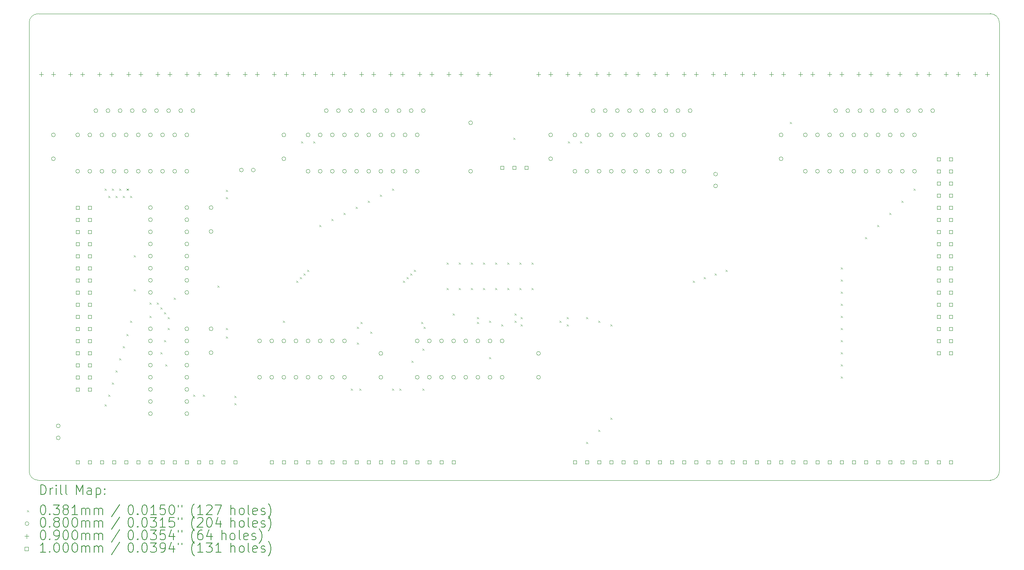
<source format=gbr>
%TF.GenerationSoftware,KiCad,Pcbnew,(7.0.0)*%
%TF.CreationDate,2023-09-24T17:47:44-07:00*%
%TF.ProjectId,peripheral_connect,70657269-7068-4657-9261-6c5f636f6e6e,rev?*%
%TF.SameCoordinates,Original*%
%TF.FileFunction,Drillmap*%
%TF.FilePolarity,Positive*%
%FSLAX45Y45*%
G04 Gerber Fmt 4.5, Leading zero omitted, Abs format (unit mm)*
G04 Created by KiCad (PCBNEW (7.0.0)) date 2023-09-24 17:47:44*
%MOMM*%
%LPD*%
G01*
G04 APERTURE LIST*
%ADD10C,0.100000*%
%ADD11C,0.200000*%
%ADD12C,0.038100*%
%ADD13C,0.080000*%
%ADD14C,0.090000*%
G04 APERTURE END LIST*
D10*
X25400000Y-5270500D02*
X25400000Y-14668500D01*
X25209500Y-14859000D02*
G75*
G03*
X25400000Y-14668500I0J190500D01*
G01*
X5080000Y-14668500D02*
G75*
G03*
X5270500Y-14859000I190500J0D01*
G01*
X5080000Y-14668500D02*
X5080000Y-5270500D01*
X5270500Y-5080000D02*
G75*
G03*
X5080000Y-5270500I0J-190500D01*
G01*
X25209500Y-14859000D02*
X5270500Y-14859000D01*
X25400000Y-5270500D02*
G75*
G03*
X25209500Y-5080000I-190500J0D01*
G01*
X5270500Y-5080000D02*
X25209500Y-5080000D01*
D11*
D12*
X6661150Y-8743950D02*
X6699250Y-8782050D01*
X6699250Y-8743950D02*
X6661150Y-8782050D01*
X6661150Y-13265150D02*
X6699250Y-13303250D01*
X6699250Y-13265150D02*
X6661150Y-13303250D01*
X6737350Y-8896350D02*
X6775450Y-8934450D01*
X6775450Y-8896350D02*
X6737350Y-8934450D01*
X6737350Y-13061950D02*
X6775450Y-13100050D01*
X6775450Y-13061950D02*
X6737350Y-13100050D01*
X6813550Y-8743950D02*
X6851650Y-8782050D01*
X6851650Y-8743950D02*
X6813550Y-8782050D01*
X6813550Y-12807950D02*
X6851650Y-12846050D01*
X6851650Y-12807950D02*
X6813550Y-12846050D01*
X6889750Y-8896350D02*
X6927850Y-8934450D01*
X6927850Y-8896350D02*
X6889750Y-8934450D01*
X6889750Y-12553950D02*
X6927850Y-12592050D01*
X6927850Y-12553950D02*
X6889750Y-12592050D01*
X6965950Y-8743950D02*
X7004050Y-8782050D01*
X7004050Y-8743950D02*
X6965950Y-8782050D01*
X6965950Y-12299950D02*
X7004050Y-12338050D01*
X7004050Y-12299950D02*
X6965950Y-12338050D01*
X7042150Y-8896350D02*
X7080250Y-8934450D01*
X7080250Y-8896350D02*
X7042150Y-8934450D01*
X7042150Y-12045950D02*
X7080250Y-12084050D01*
X7080250Y-12045950D02*
X7042150Y-12084050D01*
X7118350Y-11791950D02*
X7156450Y-11830050D01*
X7156450Y-11791950D02*
X7118350Y-11830050D01*
X7121396Y-8746996D02*
X7159496Y-8785096D01*
X7159496Y-8746996D02*
X7121396Y-8785096D01*
X7194550Y-8896350D02*
X7232650Y-8934450D01*
X7232650Y-8896350D02*
X7194550Y-8934450D01*
X7194550Y-11512550D02*
X7232650Y-11550650D01*
X7232650Y-11512550D02*
X7194550Y-11550650D01*
X7270750Y-10140950D02*
X7308850Y-10179050D01*
X7308850Y-10140950D02*
X7270750Y-10179050D01*
X7270750Y-10852150D02*
X7308850Y-10890250D01*
X7308850Y-10852150D02*
X7270750Y-10890250D01*
X7600950Y-11131550D02*
X7639050Y-11169650D01*
X7639050Y-11131550D02*
X7600950Y-11169650D01*
X7600950Y-11410950D02*
X7639050Y-11449050D01*
X7639050Y-11410950D02*
X7600950Y-11449050D01*
X7753350Y-11131500D02*
X7791450Y-11169600D01*
X7791450Y-11131500D02*
X7753350Y-11169600D01*
X7829500Y-12172950D02*
X7867600Y-12211050D01*
X7867600Y-12172950D02*
X7829500Y-12211050D01*
X7829550Y-11233150D02*
X7867650Y-11271250D01*
X7867650Y-11233150D02*
X7829550Y-11271250D01*
X7905700Y-11918950D02*
X7943800Y-11957050D01*
X7943800Y-11918950D02*
X7905700Y-11957050D01*
X7905750Y-11334750D02*
X7943850Y-11372850D01*
X7943850Y-11334750D02*
X7905750Y-11372850D01*
X7931150Y-12426950D02*
X7969250Y-12465050D01*
X7969250Y-12426950D02*
X7931150Y-12465050D01*
X7981950Y-11436350D02*
X8020050Y-11474450D01*
X8020050Y-11436350D02*
X7981950Y-11474450D01*
X7981950Y-11664950D02*
X8020050Y-11703050D01*
X8020050Y-11664950D02*
X7981950Y-11703050D01*
X8108950Y-11029950D02*
X8147050Y-11068050D01*
X8147050Y-11029950D02*
X8108950Y-11068050D01*
X8515350Y-13061950D02*
X8553450Y-13100050D01*
X8553450Y-13061950D02*
X8515350Y-13100050D01*
X8718550Y-13061950D02*
X8756650Y-13100050D01*
X8756650Y-13061950D02*
X8718550Y-13100050D01*
X9023350Y-10775950D02*
X9061450Y-10814050D01*
X9061450Y-10775950D02*
X9023350Y-10814050D01*
X9201150Y-8769350D02*
X9239250Y-8807450D01*
X9239250Y-8769350D02*
X9201150Y-8807450D01*
X9201150Y-8921750D02*
X9239250Y-8959850D01*
X9239250Y-8921750D02*
X9201150Y-8959850D01*
X9201150Y-11664950D02*
X9239250Y-11703050D01*
X9239250Y-11664950D02*
X9201150Y-11703050D01*
X9201150Y-11842750D02*
X9239250Y-11880850D01*
X9239250Y-11842750D02*
X9201150Y-11880850D01*
X9378950Y-13087350D02*
X9417050Y-13125450D01*
X9417050Y-13087350D02*
X9378950Y-13125450D01*
X9378950Y-13239750D02*
X9417050Y-13277850D01*
X9417050Y-13239750D02*
X9378950Y-13277850D01*
X10394950Y-11512550D02*
X10433050Y-11550650D01*
X10433050Y-11512550D02*
X10394950Y-11550650D01*
X10674350Y-10674350D02*
X10712450Y-10712450D01*
X10712450Y-10674350D02*
X10674350Y-10712450D01*
X10750550Y-10598150D02*
X10788650Y-10636250D01*
X10788650Y-10598150D02*
X10750550Y-10636250D01*
X10775950Y-7753350D02*
X10814050Y-7791450D01*
X10814050Y-7753350D02*
X10775950Y-7791450D01*
X10826750Y-10521950D02*
X10864850Y-10560050D01*
X10864850Y-10521950D02*
X10826750Y-10560050D01*
X10902950Y-10445750D02*
X10941050Y-10483850D01*
X10941050Y-10445750D02*
X10902950Y-10483850D01*
X11029950Y-7753350D02*
X11068050Y-7791450D01*
X11068050Y-7753350D02*
X11029950Y-7791450D01*
X11156950Y-9505950D02*
X11195050Y-9544050D01*
X11195050Y-9505950D02*
X11156950Y-9544050D01*
X11410950Y-9378950D02*
X11449050Y-9417050D01*
X11449050Y-9378950D02*
X11410950Y-9417050D01*
X11664950Y-9251950D02*
X11703050Y-9290050D01*
X11703050Y-9251950D02*
X11664950Y-9290050D01*
X11817350Y-12934950D02*
X11855450Y-12973050D01*
X11855450Y-12934950D02*
X11817350Y-12973050D01*
X11918950Y-9124950D02*
X11957050Y-9163050D01*
X11957050Y-9124950D02*
X11918950Y-9163050D01*
X11944350Y-11639550D02*
X11982450Y-11677650D01*
X11982450Y-11639550D02*
X11944350Y-11677650D01*
X11944350Y-11969750D02*
X11982450Y-12007850D01*
X11982450Y-11969750D02*
X11944350Y-12007850D01*
X11995150Y-12934950D02*
X12033250Y-12973050D01*
X12033250Y-12934950D02*
X11995150Y-12973050D01*
X12020550Y-11537950D02*
X12058650Y-11576050D01*
X12058650Y-11537950D02*
X12020550Y-11576050D01*
X12172950Y-8997950D02*
X12211050Y-9036050D01*
X12211050Y-8997950D02*
X12172950Y-9036050D01*
X12223750Y-11741150D02*
X12261850Y-11779250D01*
X12261850Y-11741150D02*
X12223750Y-11779250D01*
X12426950Y-8870950D02*
X12465050Y-8909050D01*
X12465050Y-8870950D02*
X12426950Y-8909050D01*
X12680950Y-8743950D02*
X12719050Y-8782050D01*
X12719050Y-8743950D02*
X12680950Y-8782050D01*
X12680950Y-12934950D02*
X12719050Y-12973050D01*
X12719050Y-12934950D02*
X12680950Y-12973050D01*
X12833350Y-12934950D02*
X12871450Y-12973050D01*
X12871450Y-12934950D02*
X12833350Y-12973050D01*
X12909550Y-10674350D02*
X12947650Y-10712450D01*
X12947650Y-10674350D02*
X12909550Y-10712450D01*
X12985750Y-10598150D02*
X13023850Y-10636250D01*
X13023850Y-10598150D02*
X12985750Y-10636250D01*
X13061950Y-10521950D02*
X13100050Y-10560050D01*
X13100050Y-10521950D02*
X13061950Y-10560050D01*
X13087350Y-12350750D02*
X13125450Y-12388850D01*
X13125450Y-12350750D02*
X13087350Y-12388850D01*
X13138150Y-10445750D02*
X13176250Y-10483850D01*
X13176250Y-10445750D02*
X13138150Y-10483850D01*
X13290550Y-11537950D02*
X13328650Y-11576050D01*
X13328650Y-11537950D02*
X13290550Y-11576050D01*
X13315950Y-12096750D02*
X13354050Y-12134850D01*
X13354050Y-12096750D02*
X13315950Y-12134850D01*
X13315950Y-12934950D02*
X13354050Y-12973050D01*
X13354050Y-12934950D02*
X13315950Y-12973050D01*
X13341350Y-11639550D02*
X13379450Y-11677650D01*
X13379450Y-11639550D02*
X13341350Y-11677650D01*
X13823950Y-10293350D02*
X13862050Y-10331450D01*
X13862050Y-10293350D02*
X13823950Y-10331450D01*
X13823950Y-10826750D02*
X13862050Y-10864850D01*
X13862050Y-10826750D02*
X13823950Y-10864850D01*
X13950950Y-11360150D02*
X13989050Y-11398250D01*
X13989050Y-11360150D02*
X13950950Y-11398250D01*
X14077950Y-10293350D02*
X14116050Y-10331450D01*
X14116050Y-10293350D02*
X14077950Y-10331450D01*
X14077950Y-10826750D02*
X14116050Y-10864850D01*
X14116050Y-10826750D02*
X14077950Y-10864850D01*
X14331950Y-10293350D02*
X14370050Y-10331450D01*
X14370050Y-10293350D02*
X14331950Y-10331450D01*
X14331950Y-10826750D02*
X14370050Y-10864850D01*
X14370050Y-10826750D02*
X14331950Y-10864850D01*
X14458950Y-11436350D02*
X14497050Y-11474450D01*
X14497050Y-11436350D02*
X14458950Y-11474450D01*
X14458950Y-11537950D02*
X14497050Y-11576050D01*
X14497050Y-11537950D02*
X14458950Y-11576050D01*
X14585950Y-10293350D02*
X14624050Y-10331450D01*
X14624050Y-10293350D02*
X14585950Y-10331450D01*
X14585950Y-10826750D02*
X14624050Y-10864850D01*
X14624050Y-10826750D02*
X14585950Y-10864850D01*
X14712950Y-11512550D02*
X14751050Y-11550650D01*
X14751050Y-11512550D02*
X14712950Y-11550650D01*
X14712950Y-12274550D02*
X14751050Y-12312650D01*
X14751050Y-12274550D02*
X14712950Y-12312650D01*
X14839950Y-10293350D02*
X14878050Y-10331450D01*
X14878050Y-10293350D02*
X14839950Y-10331450D01*
X14839950Y-10826750D02*
X14878050Y-10864850D01*
X14878050Y-10826750D02*
X14839950Y-10864850D01*
X14966950Y-11588750D02*
X15005050Y-11626850D01*
X15005050Y-11588750D02*
X14966950Y-11626850D01*
X15093950Y-10293350D02*
X15132050Y-10331450D01*
X15132050Y-10293350D02*
X15093950Y-10331450D01*
X15093950Y-10826750D02*
X15132050Y-10864850D01*
X15132050Y-10826750D02*
X15093950Y-10864850D01*
X15222450Y-7677150D02*
X15260550Y-7715250D01*
X15260550Y-7677150D02*
X15222450Y-7715250D01*
X15246350Y-11360150D02*
X15284450Y-11398250D01*
X15284450Y-11360150D02*
X15246350Y-11398250D01*
X15246350Y-11512550D02*
X15284450Y-11550650D01*
X15284450Y-11512550D02*
X15246350Y-11550650D01*
X15347950Y-10293350D02*
X15386050Y-10331450D01*
X15386050Y-10293350D02*
X15347950Y-10331450D01*
X15347950Y-10826750D02*
X15386050Y-10864850D01*
X15386050Y-10826750D02*
X15347950Y-10864850D01*
X15373350Y-11436350D02*
X15411450Y-11474450D01*
X15411450Y-11436350D02*
X15373350Y-11474450D01*
X15373350Y-11588750D02*
X15411450Y-11626850D01*
X15411450Y-11588750D02*
X15373350Y-11626850D01*
X15601950Y-10293350D02*
X15640050Y-10331450D01*
X15640050Y-10293350D02*
X15601950Y-10331450D01*
X15601950Y-10826750D02*
X15640050Y-10864850D01*
X15640050Y-10826750D02*
X15601950Y-10864850D01*
X16186150Y-11512550D02*
X16224250Y-11550650D01*
X16224250Y-11512550D02*
X16186150Y-11550650D01*
X16338550Y-11436350D02*
X16376650Y-11474450D01*
X16376650Y-11436350D02*
X16338550Y-11474450D01*
X16338550Y-11588750D02*
X16376650Y-11626850D01*
X16376650Y-11588750D02*
X16338550Y-11626850D01*
X16363950Y-7753350D02*
X16402050Y-7791450D01*
X16402050Y-7753350D02*
X16363950Y-7791450D01*
X16617950Y-7753350D02*
X16656050Y-7791450D01*
X16656050Y-7753350D02*
X16617950Y-7791450D01*
X16744950Y-11436350D02*
X16783050Y-11474450D01*
X16783050Y-11436350D02*
X16744950Y-11474450D01*
X16744950Y-14052550D02*
X16783050Y-14090650D01*
X16783050Y-14052550D02*
X16744950Y-14090650D01*
X16998950Y-11512550D02*
X17037050Y-11550650D01*
X17037050Y-11512550D02*
X16998950Y-11550650D01*
X16998950Y-13798550D02*
X17037050Y-13836650D01*
X17037050Y-13798550D02*
X16998950Y-13836650D01*
X17252950Y-11588750D02*
X17291050Y-11626850D01*
X17291050Y-11588750D02*
X17252950Y-11626850D01*
X17252950Y-13544550D02*
X17291050Y-13582650D01*
X17291050Y-13544550D02*
X17252950Y-13582650D01*
X18980150Y-10674350D02*
X19018250Y-10712450D01*
X19018250Y-10674350D02*
X18980150Y-10712450D01*
X19208750Y-10598150D02*
X19246850Y-10636250D01*
X19246850Y-10598150D02*
X19208750Y-10636250D01*
X19437350Y-10521950D02*
X19475450Y-10560050D01*
X19475450Y-10521950D02*
X19437350Y-10560050D01*
X19665950Y-10445750D02*
X19704050Y-10483850D01*
X19704050Y-10445750D02*
X19665950Y-10483850D01*
X21012150Y-7346950D02*
X21050250Y-7385050D01*
X21050250Y-7346950D02*
X21012150Y-7385050D01*
X22078950Y-10394950D02*
X22117050Y-10433050D01*
X22117050Y-10394950D02*
X22078950Y-10433050D01*
X22078950Y-10648950D02*
X22117050Y-10687050D01*
X22117050Y-10648950D02*
X22078950Y-10687050D01*
X22078950Y-10902950D02*
X22117050Y-10941050D01*
X22117050Y-10902950D02*
X22078950Y-10941050D01*
X22078950Y-11156950D02*
X22117050Y-11195050D01*
X22117050Y-11156950D02*
X22078950Y-11195050D01*
X22078950Y-11410950D02*
X22117050Y-11449050D01*
X22117050Y-11410950D02*
X22078950Y-11449050D01*
X22078950Y-11664950D02*
X22117050Y-11703050D01*
X22117050Y-11664950D02*
X22078950Y-11703050D01*
X22078950Y-11918950D02*
X22117050Y-11957050D01*
X22117050Y-11918950D02*
X22078950Y-11957050D01*
X22078950Y-12172950D02*
X22117050Y-12211050D01*
X22117050Y-12172950D02*
X22078950Y-12211050D01*
X22078950Y-12426950D02*
X22117050Y-12465050D01*
X22117050Y-12426950D02*
X22078950Y-12465050D01*
X22078950Y-12680950D02*
X22117050Y-12719050D01*
X22117050Y-12680950D02*
X22078950Y-12719050D01*
X22586950Y-9759950D02*
X22625050Y-9798050D01*
X22625050Y-9759950D02*
X22586950Y-9798050D01*
X22840950Y-9505950D02*
X22879050Y-9544050D01*
X22879050Y-9505950D02*
X22840950Y-9544050D01*
X23094950Y-9251950D02*
X23133050Y-9290050D01*
X23133050Y-9251950D02*
X23094950Y-9290050D01*
X23348950Y-8997950D02*
X23387050Y-9036050D01*
X23387050Y-8997950D02*
X23348950Y-9036050D01*
X23602950Y-8743950D02*
X23641050Y-8782050D01*
X23641050Y-8743950D02*
X23602950Y-8782050D01*
D13*
X5628000Y-7620000D02*
G75*
G03*
X5628000Y-7620000I-40000J0D01*
G01*
X5628000Y-8120000D02*
G75*
G03*
X5628000Y-8120000I-40000J0D01*
G01*
X5729600Y-13720000D02*
G75*
G03*
X5729600Y-13720000I-40000J0D01*
G01*
X5729600Y-13970000D02*
G75*
G03*
X5729600Y-13970000I-40000J0D01*
G01*
X6136000Y-7620000D02*
G75*
G03*
X6136000Y-7620000I-40000J0D01*
G01*
X6136000Y-8382000D02*
G75*
G03*
X6136000Y-8382000I-40000J0D01*
G01*
X6390000Y-7620000D02*
G75*
G03*
X6390000Y-7620000I-40000J0D01*
G01*
X6390000Y-8382000D02*
G75*
G03*
X6390000Y-8382000I-40000J0D01*
G01*
X6517000Y-7112000D02*
G75*
G03*
X6517000Y-7112000I-40000J0D01*
G01*
X6644000Y-7620000D02*
G75*
G03*
X6644000Y-7620000I-40000J0D01*
G01*
X6644000Y-8382000D02*
G75*
G03*
X6644000Y-8382000I-40000J0D01*
G01*
X6771000Y-7112000D02*
G75*
G03*
X6771000Y-7112000I-40000J0D01*
G01*
X6898000Y-7620000D02*
G75*
G03*
X6898000Y-7620000I-40000J0D01*
G01*
X6898000Y-8382000D02*
G75*
G03*
X6898000Y-8382000I-40000J0D01*
G01*
X7025000Y-7112000D02*
G75*
G03*
X7025000Y-7112000I-40000J0D01*
G01*
X7152000Y-7620000D02*
G75*
G03*
X7152000Y-7620000I-40000J0D01*
G01*
X7152000Y-8382000D02*
G75*
G03*
X7152000Y-8382000I-40000J0D01*
G01*
X7279000Y-7112000D02*
G75*
G03*
X7279000Y-7112000I-40000J0D01*
G01*
X7406000Y-7620000D02*
G75*
G03*
X7406000Y-7620000I-40000J0D01*
G01*
X7406000Y-8382000D02*
G75*
G03*
X7406000Y-8382000I-40000J0D01*
G01*
X7533000Y-7112000D02*
G75*
G03*
X7533000Y-7112000I-40000J0D01*
G01*
X7660000Y-7620000D02*
G75*
G03*
X7660000Y-7620000I-40000J0D01*
G01*
X7660000Y-8382000D02*
G75*
G03*
X7660000Y-8382000I-40000J0D01*
G01*
X7660000Y-9144000D02*
G75*
G03*
X7660000Y-9144000I-40000J0D01*
G01*
X7660000Y-9398000D02*
G75*
G03*
X7660000Y-9398000I-40000J0D01*
G01*
X7660000Y-9652000D02*
G75*
G03*
X7660000Y-9652000I-40000J0D01*
G01*
X7660000Y-9906000D02*
G75*
G03*
X7660000Y-9906000I-40000J0D01*
G01*
X7660000Y-10160000D02*
G75*
G03*
X7660000Y-10160000I-40000J0D01*
G01*
X7660000Y-10414000D02*
G75*
G03*
X7660000Y-10414000I-40000J0D01*
G01*
X7660000Y-10668000D02*
G75*
G03*
X7660000Y-10668000I-40000J0D01*
G01*
X7660000Y-10922000D02*
G75*
G03*
X7660000Y-10922000I-40000J0D01*
G01*
X7660000Y-11684000D02*
G75*
G03*
X7660000Y-11684000I-40000J0D01*
G01*
X7660000Y-11938000D02*
G75*
G03*
X7660000Y-11938000I-40000J0D01*
G01*
X7660000Y-12192000D02*
G75*
G03*
X7660000Y-12192000I-40000J0D01*
G01*
X7660000Y-12446000D02*
G75*
G03*
X7660000Y-12446000I-40000J0D01*
G01*
X7660000Y-12700000D02*
G75*
G03*
X7660000Y-12700000I-40000J0D01*
G01*
X7660000Y-12954000D02*
G75*
G03*
X7660000Y-12954000I-40000J0D01*
G01*
X7660000Y-13208000D02*
G75*
G03*
X7660000Y-13208000I-40000J0D01*
G01*
X7660000Y-13462000D02*
G75*
G03*
X7660000Y-13462000I-40000J0D01*
G01*
X7787000Y-7112000D02*
G75*
G03*
X7787000Y-7112000I-40000J0D01*
G01*
X7914000Y-7620000D02*
G75*
G03*
X7914000Y-7620000I-40000J0D01*
G01*
X7914000Y-8382000D02*
G75*
G03*
X7914000Y-8382000I-40000J0D01*
G01*
X8041000Y-7112000D02*
G75*
G03*
X8041000Y-7112000I-40000J0D01*
G01*
X8168000Y-7620000D02*
G75*
G03*
X8168000Y-7620000I-40000J0D01*
G01*
X8168000Y-8382000D02*
G75*
G03*
X8168000Y-8382000I-40000J0D01*
G01*
X8295000Y-7112000D02*
G75*
G03*
X8295000Y-7112000I-40000J0D01*
G01*
X8422000Y-7620000D02*
G75*
G03*
X8422000Y-7620000I-40000J0D01*
G01*
X8422000Y-8382000D02*
G75*
G03*
X8422000Y-8382000I-40000J0D01*
G01*
X8422000Y-9144000D02*
G75*
G03*
X8422000Y-9144000I-40000J0D01*
G01*
X8422000Y-9398000D02*
G75*
G03*
X8422000Y-9398000I-40000J0D01*
G01*
X8422000Y-9652000D02*
G75*
G03*
X8422000Y-9652000I-40000J0D01*
G01*
X8422000Y-9906000D02*
G75*
G03*
X8422000Y-9906000I-40000J0D01*
G01*
X8422000Y-10160000D02*
G75*
G03*
X8422000Y-10160000I-40000J0D01*
G01*
X8422000Y-10414000D02*
G75*
G03*
X8422000Y-10414000I-40000J0D01*
G01*
X8422000Y-10668000D02*
G75*
G03*
X8422000Y-10668000I-40000J0D01*
G01*
X8422000Y-10922000D02*
G75*
G03*
X8422000Y-10922000I-40000J0D01*
G01*
X8422000Y-11684000D02*
G75*
G03*
X8422000Y-11684000I-40000J0D01*
G01*
X8422000Y-11938000D02*
G75*
G03*
X8422000Y-11938000I-40000J0D01*
G01*
X8422000Y-12192000D02*
G75*
G03*
X8422000Y-12192000I-40000J0D01*
G01*
X8422000Y-12446000D02*
G75*
G03*
X8422000Y-12446000I-40000J0D01*
G01*
X8422000Y-12700000D02*
G75*
G03*
X8422000Y-12700000I-40000J0D01*
G01*
X8422000Y-12954000D02*
G75*
G03*
X8422000Y-12954000I-40000J0D01*
G01*
X8422000Y-13208000D02*
G75*
G03*
X8422000Y-13208000I-40000J0D01*
G01*
X8422000Y-13462000D02*
G75*
G03*
X8422000Y-13462000I-40000J0D01*
G01*
X8549000Y-7112000D02*
G75*
G03*
X8549000Y-7112000I-40000J0D01*
G01*
X8930000Y-9144000D02*
G75*
G03*
X8930000Y-9144000I-40000J0D01*
G01*
X8930000Y-9644000D02*
G75*
G03*
X8930000Y-9644000I-40000J0D01*
G01*
X8930000Y-11684000D02*
G75*
G03*
X8930000Y-11684000I-40000J0D01*
G01*
X8930000Y-12184000D02*
G75*
G03*
X8930000Y-12184000I-40000J0D01*
G01*
X9565000Y-8356600D02*
G75*
G03*
X9565000Y-8356600I-40000J0D01*
G01*
X9815000Y-8356600D02*
G75*
G03*
X9815000Y-8356600I-40000J0D01*
G01*
X9946000Y-11938000D02*
G75*
G03*
X9946000Y-11938000I-40000J0D01*
G01*
X9946000Y-12700000D02*
G75*
G03*
X9946000Y-12700000I-40000J0D01*
G01*
X10200000Y-11938000D02*
G75*
G03*
X10200000Y-11938000I-40000J0D01*
G01*
X10200000Y-12700000D02*
G75*
G03*
X10200000Y-12700000I-40000J0D01*
G01*
X10454000Y-7620000D02*
G75*
G03*
X10454000Y-7620000I-40000J0D01*
G01*
X10454000Y-8120000D02*
G75*
G03*
X10454000Y-8120000I-40000J0D01*
G01*
X10454000Y-11938000D02*
G75*
G03*
X10454000Y-11938000I-40000J0D01*
G01*
X10454000Y-12700000D02*
G75*
G03*
X10454000Y-12700000I-40000J0D01*
G01*
X10708000Y-11938000D02*
G75*
G03*
X10708000Y-11938000I-40000J0D01*
G01*
X10708000Y-12700000D02*
G75*
G03*
X10708000Y-12700000I-40000J0D01*
G01*
X10962000Y-7620000D02*
G75*
G03*
X10962000Y-7620000I-40000J0D01*
G01*
X10962000Y-8382000D02*
G75*
G03*
X10962000Y-8382000I-40000J0D01*
G01*
X10962000Y-11938000D02*
G75*
G03*
X10962000Y-11938000I-40000J0D01*
G01*
X10962000Y-12700000D02*
G75*
G03*
X10962000Y-12700000I-40000J0D01*
G01*
X11216000Y-7620000D02*
G75*
G03*
X11216000Y-7620000I-40000J0D01*
G01*
X11216000Y-8382000D02*
G75*
G03*
X11216000Y-8382000I-40000J0D01*
G01*
X11216000Y-11938000D02*
G75*
G03*
X11216000Y-11938000I-40000J0D01*
G01*
X11216000Y-12700000D02*
G75*
G03*
X11216000Y-12700000I-40000J0D01*
G01*
X11343000Y-7112000D02*
G75*
G03*
X11343000Y-7112000I-40000J0D01*
G01*
X11470000Y-7620000D02*
G75*
G03*
X11470000Y-7620000I-40000J0D01*
G01*
X11470000Y-8382000D02*
G75*
G03*
X11470000Y-8382000I-40000J0D01*
G01*
X11470000Y-11938000D02*
G75*
G03*
X11470000Y-11938000I-40000J0D01*
G01*
X11470000Y-12700000D02*
G75*
G03*
X11470000Y-12700000I-40000J0D01*
G01*
X11597000Y-7112000D02*
G75*
G03*
X11597000Y-7112000I-40000J0D01*
G01*
X11724000Y-7620000D02*
G75*
G03*
X11724000Y-7620000I-40000J0D01*
G01*
X11724000Y-8382000D02*
G75*
G03*
X11724000Y-8382000I-40000J0D01*
G01*
X11724000Y-11938000D02*
G75*
G03*
X11724000Y-11938000I-40000J0D01*
G01*
X11724000Y-12700000D02*
G75*
G03*
X11724000Y-12700000I-40000J0D01*
G01*
X11851000Y-7112000D02*
G75*
G03*
X11851000Y-7112000I-40000J0D01*
G01*
X11978000Y-7620000D02*
G75*
G03*
X11978000Y-7620000I-40000J0D01*
G01*
X11978000Y-8382000D02*
G75*
G03*
X11978000Y-8382000I-40000J0D01*
G01*
X12105000Y-7112000D02*
G75*
G03*
X12105000Y-7112000I-40000J0D01*
G01*
X12232000Y-7620000D02*
G75*
G03*
X12232000Y-7620000I-40000J0D01*
G01*
X12232000Y-8382000D02*
G75*
G03*
X12232000Y-8382000I-40000J0D01*
G01*
X12359000Y-7112000D02*
G75*
G03*
X12359000Y-7112000I-40000J0D01*
G01*
X12486000Y-7620000D02*
G75*
G03*
X12486000Y-7620000I-40000J0D01*
G01*
X12486000Y-8382000D02*
G75*
G03*
X12486000Y-8382000I-40000J0D01*
G01*
X12486000Y-12200000D02*
G75*
G03*
X12486000Y-12200000I-40000J0D01*
G01*
X12486000Y-12700000D02*
G75*
G03*
X12486000Y-12700000I-40000J0D01*
G01*
X12613000Y-7112000D02*
G75*
G03*
X12613000Y-7112000I-40000J0D01*
G01*
X12740000Y-7620000D02*
G75*
G03*
X12740000Y-7620000I-40000J0D01*
G01*
X12740000Y-8382000D02*
G75*
G03*
X12740000Y-8382000I-40000J0D01*
G01*
X12867000Y-7112000D02*
G75*
G03*
X12867000Y-7112000I-40000J0D01*
G01*
X12994000Y-7620000D02*
G75*
G03*
X12994000Y-7620000I-40000J0D01*
G01*
X12994000Y-8382000D02*
G75*
G03*
X12994000Y-8382000I-40000J0D01*
G01*
X13121000Y-7112000D02*
G75*
G03*
X13121000Y-7112000I-40000J0D01*
G01*
X13248000Y-7620000D02*
G75*
G03*
X13248000Y-7620000I-40000J0D01*
G01*
X13248000Y-8382000D02*
G75*
G03*
X13248000Y-8382000I-40000J0D01*
G01*
X13248000Y-11938000D02*
G75*
G03*
X13248000Y-11938000I-40000J0D01*
G01*
X13248000Y-12700000D02*
G75*
G03*
X13248000Y-12700000I-40000J0D01*
G01*
X13375000Y-7112000D02*
G75*
G03*
X13375000Y-7112000I-40000J0D01*
G01*
X13502000Y-11938000D02*
G75*
G03*
X13502000Y-11938000I-40000J0D01*
G01*
X13502000Y-12700000D02*
G75*
G03*
X13502000Y-12700000I-40000J0D01*
G01*
X13756000Y-11938000D02*
G75*
G03*
X13756000Y-11938000I-40000J0D01*
G01*
X13756000Y-12700000D02*
G75*
G03*
X13756000Y-12700000I-40000J0D01*
G01*
X14010000Y-11938000D02*
G75*
G03*
X14010000Y-11938000I-40000J0D01*
G01*
X14010000Y-12700000D02*
G75*
G03*
X14010000Y-12700000I-40000J0D01*
G01*
X14264000Y-11938000D02*
G75*
G03*
X14264000Y-11938000I-40000J0D01*
G01*
X14264000Y-12700000D02*
G75*
G03*
X14264000Y-12700000I-40000J0D01*
G01*
X14365600Y-7366000D02*
G75*
G03*
X14365600Y-7366000I-40000J0D01*
G01*
X14365600Y-8382000D02*
G75*
G03*
X14365600Y-8382000I-40000J0D01*
G01*
X14518000Y-11938000D02*
G75*
G03*
X14518000Y-11938000I-40000J0D01*
G01*
X14518000Y-12700000D02*
G75*
G03*
X14518000Y-12700000I-40000J0D01*
G01*
X14772000Y-11938000D02*
G75*
G03*
X14772000Y-11938000I-40000J0D01*
G01*
X14772000Y-12700000D02*
G75*
G03*
X14772000Y-12700000I-40000J0D01*
G01*
X15026000Y-11938000D02*
G75*
G03*
X15026000Y-11938000I-40000J0D01*
G01*
X15026000Y-12700000D02*
G75*
G03*
X15026000Y-12700000I-40000J0D01*
G01*
X15788000Y-12200000D02*
G75*
G03*
X15788000Y-12200000I-40000J0D01*
G01*
X15788000Y-12700000D02*
G75*
G03*
X15788000Y-12700000I-40000J0D01*
G01*
X16042000Y-7620000D02*
G75*
G03*
X16042000Y-7620000I-40000J0D01*
G01*
X16042000Y-8120000D02*
G75*
G03*
X16042000Y-8120000I-40000J0D01*
G01*
X16550000Y-7620000D02*
G75*
G03*
X16550000Y-7620000I-40000J0D01*
G01*
X16550000Y-8382000D02*
G75*
G03*
X16550000Y-8382000I-40000J0D01*
G01*
X16804000Y-7620000D02*
G75*
G03*
X16804000Y-7620000I-40000J0D01*
G01*
X16804000Y-8382000D02*
G75*
G03*
X16804000Y-8382000I-40000J0D01*
G01*
X16931000Y-7112000D02*
G75*
G03*
X16931000Y-7112000I-40000J0D01*
G01*
X17058000Y-7620000D02*
G75*
G03*
X17058000Y-7620000I-40000J0D01*
G01*
X17058000Y-8382000D02*
G75*
G03*
X17058000Y-8382000I-40000J0D01*
G01*
X17185000Y-7112000D02*
G75*
G03*
X17185000Y-7112000I-40000J0D01*
G01*
X17312000Y-7620000D02*
G75*
G03*
X17312000Y-7620000I-40000J0D01*
G01*
X17312000Y-8382000D02*
G75*
G03*
X17312000Y-8382000I-40000J0D01*
G01*
X17439000Y-7112000D02*
G75*
G03*
X17439000Y-7112000I-40000J0D01*
G01*
X17566000Y-7620000D02*
G75*
G03*
X17566000Y-7620000I-40000J0D01*
G01*
X17566000Y-8382000D02*
G75*
G03*
X17566000Y-8382000I-40000J0D01*
G01*
X17693000Y-7112000D02*
G75*
G03*
X17693000Y-7112000I-40000J0D01*
G01*
X17820000Y-7620000D02*
G75*
G03*
X17820000Y-7620000I-40000J0D01*
G01*
X17820000Y-8382000D02*
G75*
G03*
X17820000Y-8382000I-40000J0D01*
G01*
X17947000Y-7112000D02*
G75*
G03*
X17947000Y-7112000I-40000J0D01*
G01*
X18074000Y-7620000D02*
G75*
G03*
X18074000Y-7620000I-40000J0D01*
G01*
X18074000Y-8382000D02*
G75*
G03*
X18074000Y-8382000I-40000J0D01*
G01*
X18201000Y-7112000D02*
G75*
G03*
X18201000Y-7112000I-40000J0D01*
G01*
X18328000Y-7620000D02*
G75*
G03*
X18328000Y-7620000I-40000J0D01*
G01*
X18328000Y-8382000D02*
G75*
G03*
X18328000Y-8382000I-40000J0D01*
G01*
X18455000Y-7112000D02*
G75*
G03*
X18455000Y-7112000I-40000J0D01*
G01*
X18582000Y-7620000D02*
G75*
G03*
X18582000Y-7620000I-40000J0D01*
G01*
X18582000Y-8382000D02*
G75*
G03*
X18582000Y-8382000I-40000J0D01*
G01*
X18709000Y-7112000D02*
G75*
G03*
X18709000Y-7112000I-40000J0D01*
G01*
X18836000Y-7620000D02*
G75*
G03*
X18836000Y-7620000I-40000J0D01*
G01*
X18836000Y-8382000D02*
G75*
G03*
X18836000Y-8382000I-40000J0D01*
G01*
X18963000Y-7112000D02*
G75*
G03*
X18963000Y-7112000I-40000J0D01*
G01*
X19496400Y-8441562D02*
G75*
G03*
X19496400Y-8441562I-40000J0D01*
G01*
X19496400Y-8691562D02*
G75*
G03*
X19496400Y-8691562I-40000J0D01*
G01*
X20868000Y-7620000D02*
G75*
G03*
X20868000Y-7620000I-40000J0D01*
G01*
X20868000Y-8120000D02*
G75*
G03*
X20868000Y-8120000I-40000J0D01*
G01*
X21376000Y-7620000D02*
G75*
G03*
X21376000Y-7620000I-40000J0D01*
G01*
X21376000Y-8382000D02*
G75*
G03*
X21376000Y-8382000I-40000J0D01*
G01*
X21630000Y-7620000D02*
G75*
G03*
X21630000Y-7620000I-40000J0D01*
G01*
X21630000Y-8382000D02*
G75*
G03*
X21630000Y-8382000I-40000J0D01*
G01*
X21884000Y-7620000D02*
G75*
G03*
X21884000Y-7620000I-40000J0D01*
G01*
X21884000Y-8382000D02*
G75*
G03*
X21884000Y-8382000I-40000J0D01*
G01*
X22011000Y-7112000D02*
G75*
G03*
X22011000Y-7112000I-40000J0D01*
G01*
X22138000Y-7620000D02*
G75*
G03*
X22138000Y-7620000I-40000J0D01*
G01*
X22138000Y-8382000D02*
G75*
G03*
X22138000Y-8382000I-40000J0D01*
G01*
X22265000Y-7112000D02*
G75*
G03*
X22265000Y-7112000I-40000J0D01*
G01*
X22392000Y-7620000D02*
G75*
G03*
X22392000Y-7620000I-40000J0D01*
G01*
X22392000Y-8382000D02*
G75*
G03*
X22392000Y-8382000I-40000J0D01*
G01*
X22519000Y-7112000D02*
G75*
G03*
X22519000Y-7112000I-40000J0D01*
G01*
X22646000Y-7620000D02*
G75*
G03*
X22646000Y-7620000I-40000J0D01*
G01*
X22646000Y-8382000D02*
G75*
G03*
X22646000Y-8382000I-40000J0D01*
G01*
X22773000Y-7112000D02*
G75*
G03*
X22773000Y-7112000I-40000J0D01*
G01*
X22900000Y-7620000D02*
G75*
G03*
X22900000Y-7620000I-40000J0D01*
G01*
X22900000Y-8382000D02*
G75*
G03*
X22900000Y-8382000I-40000J0D01*
G01*
X23027000Y-7112000D02*
G75*
G03*
X23027000Y-7112000I-40000J0D01*
G01*
X23154000Y-7620000D02*
G75*
G03*
X23154000Y-7620000I-40000J0D01*
G01*
X23154000Y-8382000D02*
G75*
G03*
X23154000Y-8382000I-40000J0D01*
G01*
X23281000Y-7112000D02*
G75*
G03*
X23281000Y-7112000I-40000J0D01*
G01*
X23408000Y-7620000D02*
G75*
G03*
X23408000Y-7620000I-40000J0D01*
G01*
X23408000Y-8382000D02*
G75*
G03*
X23408000Y-8382000I-40000J0D01*
G01*
X23535000Y-7112000D02*
G75*
G03*
X23535000Y-7112000I-40000J0D01*
G01*
X23662000Y-7620000D02*
G75*
G03*
X23662000Y-7620000I-40000J0D01*
G01*
X23662000Y-8382000D02*
G75*
G03*
X23662000Y-8382000I-40000J0D01*
G01*
X23789000Y-7112000D02*
G75*
G03*
X23789000Y-7112000I-40000J0D01*
G01*
X24043000Y-7112000D02*
G75*
G03*
X24043000Y-7112000I-40000J0D01*
G01*
D14*
X5334000Y-6305000D02*
X5334000Y-6395000D01*
X5289000Y-6350000D02*
X5379000Y-6350000D01*
X5588000Y-6305000D02*
X5588000Y-6395000D01*
X5543000Y-6350000D02*
X5633000Y-6350000D01*
X5943600Y-6305450D02*
X5943600Y-6395450D01*
X5898600Y-6350450D02*
X5988600Y-6350450D01*
X6197600Y-6305450D02*
X6197600Y-6395450D01*
X6152600Y-6350450D02*
X6242600Y-6350450D01*
X6553200Y-6305450D02*
X6553200Y-6395450D01*
X6508200Y-6350450D02*
X6598200Y-6350450D01*
X6807200Y-6305450D02*
X6807200Y-6395450D01*
X6762200Y-6350450D02*
X6852200Y-6350450D01*
X7162800Y-6305000D02*
X7162800Y-6395000D01*
X7117800Y-6350000D02*
X7207800Y-6350000D01*
X7416800Y-6305000D02*
X7416800Y-6395000D01*
X7371800Y-6350000D02*
X7461800Y-6350000D01*
X7772400Y-6305000D02*
X7772400Y-6395000D01*
X7727400Y-6350000D02*
X7817400Y-6350000D01*
X8026400Y-6305000D02*
X8026400Y-6395000D01*
X7981400Y-6350000D02*
X8071400Y-6350000D01*
X8382000Y-6305000D02*
X8382000Y-6395000D01*
X8337000Y-6350000D02*
X8427000Y-6350000D01*
X8636000Y-6305000D02*
X8636000Y-6395000D01*
X8591000Y-6350000D02*
X8681000Y-6350000D01*
X8991600Y-6305000D02*
X8991600Y-6395000D01*
X8946600Y-6350000D02*
X9036600Y-6350000D01*
X9245600Y-6305000D02*
X9245600Y-6395000D01*
X9200600Y-6350000D02*
X9290600Y-6350000D01*
X9601200Y-6305000D02*
X9601200Y-6395000D01*
X9556200Y-6350000D02*
X9646200Y-6350000D01*
X9855200Y-6305000D02*
X9855200Y-6395000D01*
X9810200Y-6350000D02*
X9900200Y-6350000D01*
X10210800Y-6305000D02*
X10210800Y-6395000D01*
X10165800Y-6350000D02*
X10255800Y-6350000D01*
X10464800Y-6305000D02*
X10464800Y-6395000D01*
X10419800Y-6350000D02*
X10509800Y-6350000D01*
X10820400Y-6305000D02*
X10820400Y-6395000D01*
X10775400Y-6350000D02*
X10865400Y-6350000D01*
X11074400Y-6305000D02*
X11074400Y-6395000D01*
X11029400Y-6350000D02*
X11119400Y-6350000D01*
X11430000Y-6305000D02*
X11430000Y-6395000D01*
X11385000Y-6350000D02*
X11475000Y-6350000D01*
X11684000Y-6305000D02*
X11684000Y-6395000D01*
X11639000Y-6350000D02*
X11729000Y-6350000D01*
X12039600Y-6305000D02*
X12039600Y-6395000D01*
X11994600Y-6350000D02*
X12084600Y-6350000D01*
X12293600Y-6305000D02*
X12293600Y-6395000D01*
X12248600Y-6350000D02*
X12338600Y-6350000D01*
X12649200Y-6305000D02*
X12649200Y-6395000D01*
X12604200Y-6350000D02*
X12694200Y-6350000D01*
X12903200Y-6305000D02*
X12903200Y-6395000D01*
X12858200Y-6350000D02*
X12948200Y-6350000D01*
X13258800Y-6305000D02*
X13258800Y-6395000D01*
X13213800Y-6350000D02*
X13303800Y-6350000D01*
X13512800Y-6305000D02*
X13512800Y-6395000D01*
X13467800Y-6350000D02*
X13557800Y-6350000D01*
X13868400Y-6305000D02*
X13868400Y-6395000D01*
X13823400Y-6350000D02*
X13913400Y-6350000D01*
X14122400Y-6305000D02*
X14122400Y-6395000D01*
X14077400Y-6350000D02*
X14167400Y-6350000D01*
X14478000Y-6305000D02*
X14478000Y-6395000D01*
X14433000Y-6350000D02*
X14523000Y-6350000D01*
X14732000Y-6305000D02*
X14732000Y-6395000D01*
X14687000Y-6350000D02*
X14777000Y-6350000D01*
X15748000Y-6305000D02*
X15748000Y-6395000D01*
X15703000Y-6350000D02*
X15793000Y-6350000D01*
X16002000Y-6305000D02*
X16002000Y-6395000D01*
X15957000Y-6350000D02*
X16047000Y-6350000D01*
X16357600Y-6305000D02*
X16357600Y-6395000D01*
X16312600Y-6350000D02*
X16402600Y-6350000D01*
X16611600Y-6305000D02*
X16611600Y-6395000D01*
X16566600Y-6350000D02*
X16656600Y-6350000D01*
X16967200Y-6305000D02*
X16967200Y-6395000D01*
X16922200Y-6350000D02*
X17012200Y-6350000D01*
X17221200Y-6305000D02*
X17221200Y-6395000D01*
X17176200Y-6350000D02*
X17266200Y-6350000D01*
X17576800Y-6305000D02*
X17576800Y-6395000D01*
X17531800Y-6350000D02*
X17621800Y-6350000D01*
X17830800Y-6305000D02*
X17830800Y-6395000D01*
X17785800Y-6350000D02*
X17875800Y-6350000D01*
X18186400Y-6305000D02*
X18186400Y-6395000D01*
X18141400Y-6350000D02*
X18231400Y-6350000D01*
X18440400Y-6305000D02*
X18440400Y-6395000D01*
X18395400Y-6350000D02*
X18485400Y-6350000D01*
X18796000Y-6305000D02*
X18796000Y-6395000D01*
X18751000Y-6350000D02*
X18841000Y-6350000D01*
X19050000Y-6305000D02*
X19050000Y-6395000D01*
X19005000Y-6350000D02*
X19095000Y-6350000D01*
X19405600Y-6305000D02*
X19405600Y-6395000D01*
X19360600Y-6350000D02*
X19450600Y-6350000D01*
X19659600Y-6305000D02*
X19659600Y-6395000D01*
X19614600Y-6350000D02*
X19704600Y-6350000D01*
X20015200Y-6305000D02*
X20015200Y-6395000D01*
X19970200Y-6350000D02*
X20060200Y-6350000D01*
X20269200Y-6305000D02*
X20269200Y-6395000D01*
X20224200Y-6350000D02*
X20314200Y-6350000D01*
X20624800Y-6305000D02*
X20624800Y-6395000D01*
X20579800Y-6350000D02*
X20669800Y-6350000D01*
X20878800Y-6305000D02*
X20878800Y-6395000D01*
X20833800Y-6350000D02*
X20923800Y-6350000D01*
X21234400Y-6305000D02*
X21234400Y-6395000D01*
X21189400Y-6350000D02*
X21279400Y-6350000D01*
X21488400Y-6305000D02*
X21488400Y-6395000D01*
X21443400Y-6350000D02*
X21533400Y-6350000D01*
X21844000Y-6305000D02*
X21844000Y-6395000D01*
X21799000Y-6350000D02*
X21889000Y-6350000D01*
X22098000Y-6305000D02*
X22098000Y-6395000D01*
X22053000Y-6350000D02*
X22143000Y-6350000D01*
X22453600Y-6305000D02*
X22453600Y-6395000D01*
X22408600Y-6350000D02*
X22498600Y-6350000D01*
X22707600Y-6305000D02*
X22707600Y-6395000D01*
X22662600Y-6350000D02*
X22752600Y-6350000D01*
X23063200Y-6305000D02*
X23063200Y-6395000D01*
X23018200Y-6350000D02*
X23108200Y-6350000D01*
X23317200Y-6305000D02*
X23317200Y-6395000D01*
X23272200Y-6350000D02*
X23362200Y-6350000D01*
X23672800Y-6305000D02*
X23672800Y-6395000D01*
X23627800Y-6350000D02*
X23717800Y-6350000D01*
X23926800Y-6305000D02*
X23926800Y-6395000D01*
X23881800Y-6350000D02*
X23971800Y-6350000D01*
X24282400Y-6305000D02*
X24282400Y-6395000D01*
X24237400Y-6350000D02*
X24327400Y-6350000D01*
X24536400Y-6305000D02*
X24536400Y-6395000D01*
X24491400Y-6350000D02*
X24581400Y-6350000D01*
X24892000Y-6305000D02*
X24892000Y-6395000D01*
X24847000Y-6350000D02*
X24937000Y-6350000D01*
X25146000Y-6305000D02*
X25146000Y-6395000D01*
X25101000Y-6350000D02*
X25191000Y-6350000D01*
D10*
X6131356Y-9179356D02*
X6131356Y-9108644D01*
X6060644Y-9108644D01*
X6060644Y-9179356D01*
X6131356Y-9179356D01*
X6131356Y-9433356D02*
X6131356Y-9362644D01*
X6060644Y-9362644D01*
X6060644Y-9433356D01*
X6131356Y-9433356D01*
X6131356Y-9687356D02*
X6131356Y-9616644D01*
X6060644Y-9616644D01*
X6060644Y-9687356D01*
X6131356Y-9687356D01*
X6131356Y-9941356D02*
X6131356Y-9870644D01*
X6060644Y-9870644D01*
X6060644Y-9941356D01*
X6131356Y-9941356D01*
X6131356Y-10195356D02*
X6131356Y-10124644D01*
X6060644Y-10124644D01*
X6060644Y-10195356D01*
X6131356Y-10195356D01*
X6131356Y-10449356D02*
X6131356Y-10378644D01*
X6060644Y-10378644D01*
X6060644Y-10449356D01*
X6131356Y-10449356D01*
X6131356Y-10703356D02*
X6131356Y-10632644D01*
X6060644Y-10632644D01*
X6060644Y-10703356D01*
X6131356Y-10703356D01*
X6131356Y-10957356D02*
X6131356Y-10886644D01*
X6060644Y-10886644D01*
X6060644Y-10957356D01*
X6131356Y-10957356D01*
X6131356Y-11211356D02*
X6131356Y-11140644D01*
X6060644Y-11140644D01*
X6060644Y-11211356D01*
X6131356Y-11211356D01*
X6131356Y-11465356D02*
X6131356Y-11394644D01*
X6060644Y-11394644D01*
X6060644Y-11465356D01*
X6131356Y-11465356D01*
X6131356Y-11719356D02*
X6131356Y-11648644D01*
X6060644Y-11648644D01*
X6060644Y-11719356D01*
X6131356Y-11719356D01*
X6131356Y-11973356D02*
X6131356Y-11902644D01*
X6060644Y-11902644D01*
X6060644Y-11973356D01*
X6131356Y-11973356D01*
X6131356Y-12227356D02*
X6131356Y-12156644D01*
X6060644Y-12156644D01*
X6060644Y-12227356D01*
X6131356Y-12227356D01*
X6131356Y-12481356D02*
X6131356Y-12410644D01*
X6060644Y-12410644D01*
X6060644Y-12481356D01*
X6131356Y-12481356D01*
X6131356Y-12735356D02*
X6131356Y-12664644D01*
X6060644Y-12664644D01*
X6060644Y-12735356D01*
X6131356Y-12735356D01*
X6131356Y-12989356D02*
X6131356Y-12918644D01*
X6060644Y-12918644D01*
X6060644Y-12989356D01*
X6131356Y-12989356D01*
X6131356Y-14513356D02*
X6131356Y-14442644D01*
X6060644Y-14442644D01*
X6060644Y-14513356D01*
X6131356Y-14513356D01*
X6385356Y-9179356D02*
X6385356Y-9108644D01*
X6314644Y-9108644D01*
X6314644Y-9179356D01*
X6385356Y-9179356D01*
X6385356Y-9433356D02*
X6385356Y-9362644D01*
X6314644Y-9362644D01*
X6314644Y-9433356D01*
X6385356Y-9433356D01*
X6385356Y-9687356D02*
X6385356Y-9616644D01*
X6314644Y-9616644D01*
X6314644Y-9687356D01*
X6385356Y-9687356D01*
X6385356Y-9941356D02*
X6385356Y-9870644D01*
X6314644Y-9870644D01*
X6314644Y-9941356D01*
X6385356Y-9941356D01*
X6385356Y-10195356D02*
X6385356Y-10124644D01*
X6314644Y-10124644D01*
X6314644Y-10195356D01*
X6385356Y-10195356D01*
X6385356Y-10449356D02*
X6385356Y-10378644D01*
X6314644Y-10378644D01*
X6314644Y-10449356D01*
X6385356Y-10449356D01*
X6385356Y-10703356D02*
X6385356Y-10632644D01*
X6314644Y-10632644D01*
X6314644Y-10703356D01*
X6385356Y-10703356D01*
X6385356Y-10957356D02*
X6385356Y-10886644D01*
X6314644Y-10886644D01*
X6314644Y-10957356D01*
X6385356Y-10957356D01*
X6385356Y-11211356D02*
X6385356Y-11140644D01*
X6314644Y-11140644D01*
X6314644Y-11211356D01*
X6385356Y-11211356D01*
X6385356Y-11465356D02*
X6385356Y-11394644D01*
X6314644Y-11394644D01*
X6314644Y-11465356D01*
X6385356Y-11465356D01*
X6385356Y-11719356D02*
X6385356Y-11648644D01*
X6314644Y-11648644D01*
X6314644Y-11719356D01*
X6385356Y-11719356D01*
X6385356Y-11973356D02*
X6385356Y-11902644D01*
X6314644Y-11902644D01*
X6314644Y-11973356D01*
X6385356Y-11973356D01*
X6385356Y-12227356D02*
X6385356Y-12156644D01*
X6314644Y-12156644D01*
X6314644Y-12227356D01*
X6385356Y-12227356D01*
X6385356Y-12481356D02*
X6385356Y-12410644D01*
X6314644Y-12410644D01*
X6314644Y-12481356D01*
X6385356Y-12481356D01*
X6385356Y-12735356D02*
X6385356Y-12664644D01*
X6314644Y-12664644D01*
X6314644Y-12735356D01*
X6385356Y-12735356D01*
X6385356Y-12989356D02*
X6385356Y-12918644D01*
X6314644Y-12918644D01*
X6314644Y-12989356D01*
X6385356Y-12989356D01*
X6385356Y-14513356D02*
X6385356Y-14442644D01*
X6314644Y-14442644D01*
X6314644Y-14513356D01*
X6385356Y-14513356D01*
X6639356Y-14513356D02*
X6639356Y-14442644D01*
X6568644Y-14442644D01*
X6568644Y-14513356D01*
X6639356Y-14513356D01*
X6893356Y-14513356D02*
X6893356Y-14442644D01*
X6822644Y-14442644D01*
X6822644Y-14513356D01*
X6893356Y-14513356D01*
X7147356Y-14513356D02*
X7147356Y-14442644D01*
X7076644Y-14442644D01*
X7076644Y-14513356D01*
X7147356Y-14513356D01*
X7401356Y-14513356D02*
X7401356Y-14442644D01*
X7330644Y-14442644D01*
X7330644Y-14513356D01*
X7401356Y-14513356D01*
X7655356Y-14513356D02*
X7655356Y-14442644D01*
X7584644Y-14442644D01*
X7584644Y-14513356D01*
X7655356Y-14513356D01*
X7909356Y-14513356D02*
X7909356Y-14442644D01*
X7838644Y-14442644D01*
X7838644Y-14513356D01*
X7909356Y-14513356D01*
X8163356Y-14513356D02*
X8163356Y-14442644D01*
X8092644Y-14442644D01*
X8092644Y-14513356D01*
X8163356Y-14513356D01*
X8417356Y-14513356D02*
X8417356Y-14442644D01*
X8346644Y-14442644D01*
X8346644Y-14513356D01*
X8417356Y-14513356D01*
X8671356Y-14513356D02*
X8671356Y-14442644D01*
X8600644Y-14442644D01*
X8600644Y-14513356D01*
X8671356Y-14513356D01*
X8925356Y-14513356D02*
X8925356Y-14442644D01*
X8854644Y-14442644D01*
X8854644Y-14513356D01*
X8925356Y-14513356D01*
X9179356Y-14513356D02*
X9179356Y-14442644D01*
X9108644Y-14442644D01*
X9108644Y-14513356D01*
X9179356Y-14513356D01*
X9433356Y-14513356D02*
X9433356Y-14442644D01*
X9362644Y-14442644D01*
X9362644Y-14513356D01*
X9433356Y-14513356D01*
X10195356Y-14513356D02*
X10195356Y-14442644D01*
X10124644Y-14442644D01*
X10124644Y-14513356D01*
X10195356Y-14513356D01*
X10449356Y-14513356D02*
X10449356Y-14442644D01*
X10378644Y-14442644D01*
X10378644Y-14513356D01*
X10449356Y-14513356D01*
X10703356Y-14513356D02*
X10703356Y-14442644D01*
X10632644Y-14442644D01*
X10632644Y-14513356D01*
X10703356Y-14513356D01*
X10957356Y-14513356D02*
X10957356Y-14442644D01*
X10886644Y-14442644D01*
X10886644Y-14513356D01*
X10957356Y-14513356D01*
X11211356Y-14513356D02*
X11211356Y-14442644D01*
X11140644Y-14442644D01*
X11140644Y-14513356D01*
X11211356Y-14513356D01*
X11465356Y-14513356D02*
X11465356Y-14442644D01*
X11394644Y-14442644D01*
X11394644Y-14513356D01*
X11465356Y-14513356D01*
X11719356Y-14513356D02*
X11719356Y-14442644D01*
X11648644Y-14442644D01*
X11648644Y-14513356D01*
X11719356Y-14513356D01*
X11973356Y-14513356D02*
X11973356Y-14442644D01*
X11902644Y-14442644D01*
X11902644Y-14513356D01*
X11973356Y-14513356D01*
X12227356Y-14513356D02*
X12227356Y-14442644D01*
X12156644Y-14442644D01*
X12156644Y-14513356D01*
X12227356Y-14513356D01*
X12481356Y-14513356D02*
X12481356Y-14442644D01*
X12410644Y-14442644D01*
X12410644Y-14513356D01*
X12481356Y-14513356D01*
X12735356Y-14513356D02*
X12735356Y-14442644D01*
X12664644Y-14442644D01*
X12664644Y-14513356D01*
X12735356Y-14513356D01*
X12989356Y-14513356D02*
X12989356Y-14442644D01*
X12918644Y-14442644D01*
X12918644Y-14513356D01*
X12989356Y-14513356D01*
X13243356Y-14513356D02*
X13243356Y-14442644D01*
X13172644Y-14442644D01*
X13172644Y-14513356D01*
X13243356Y-14513356D01*
X13497356Y-14513356D02*
X13497356Y-14442644D01*
X13426644Y-14442644D01*
X13426644Y-14513356D01*
X13497356Y-14513356D01*
X13751356Y-14513356D02*
X13751356Y-14442644D01*
X13680644Y-14442644D01*
X13680644Y-14513356D01*
X13751356Y-14513356D01*
X14005356Y-14513356D02*
X14005356Y-14442644D01*
X13934644Y-14442644D01*
X13934644Y-14513356D01*
X14005356Y-14513356D01*
X15022856Y-8341156D02*
X15022856Y-8270444D01*
X14952144Y-8270444D01*
X14952144Y-8341156D01*
X15022856Y-8341156D01*
X15276856Y-8341156D02*
X15276856Y-8270444D01*
X15206144Y-8270444D01*
X15206144Y-8341156D01*
X15276856Y-8341156D01*
X15530856Y-8341156D02*
X15530856Y-8270444D01*
X15460144Y-8270444D01*
X15460144Y-8341156D01*
X15530856Y-8341156D01*
X16545356Y-14513356D02*
X16545356Y-14442644D01*
X16474644Y-14442644D01*
X16474644Y-14513356D01*
X16545356Y-14513356D01*
X16799356Y-14513356D02*
X16799356Y-14442644D01*
X16728644Y-14442644D01*
X16728644Y-14513356D01*
X16799356Y-14513356D01*
X17053356Y-14513356D02*
X17053356Y-14442644D01*
X16982644Y-14442644D01*
X16982644Y-14513356D01*
X17053356Y-14513356D01*
X17307356Y-14513356D02*
X17307356Y-14442644D01*
X17236644Y-14442644D01*
X17236644Y-14513356D01*
X17307356Y-14513356D01*
X17561356Y-14513356D02*
X17561356Y-14442644D01*
X17490644Y-14442644D01*
X17490644Y-14513356D01*
X17561356Y-14513356D01*
X17815356Y-14513356D02*
X17815356Y-14442644D01*
X17744644Y-14442644D01*
X17744644Y-14513356D01*
X17815356Y-14513356D01*
X18069356Y-14513356D02*
X18069356Y-14442644D01*
X17998644Y-14442644D01*
X17998644Y-14513356D01*
X18069356Y-14513356D01*
X18323356Y-14513356D02*
X18323356Y-14442644D01*
X18252644Y-14442644D01*
X18252644Y-14513356D01*
X18323356Y-14513356D01*
X18577356Y-14513356D02*
X18577356Y-14442644D01*
X18506644Y-14442644D01*
X18506644Y-14513356D01*
X18577356Y-14513356D01*
X18831356Y-14513356D02*
X18831356Y-14442644D01*
X18760644Y-14442644D01*
X18760644Y-14513356D01*
X18831356Y-14513356D01*
X19085356Y-14513356D02*
X19085356Y-14442644D01*
X19014644Y-14442644D01*
X19014644Y-14513356D01*
X19085356Y-14513356D01*
X19339356Y-14513356D02*
X19339356Y-14442644D01*
X19268644Y-14442644D01*
X19268644Y-14513356D01*
X19339356Y-14513356D01*
X19593356Y-14513356D02*
X19593356Y-14442644D01*
X19522644Y-14442644D01*
X19522644Y-14513356D01*
X19593356Y-14513356D01*
X19847356Y-14513356D02*
X19847356Y-14442644D01*
X19776644Y-14442644D01*
X19776644Y-14513356D01*
X19847356Y-14513356D01*
X20101356Y-14513356D02*
X20101356Y-14442644D01*
X20030644Y-14442644D01*
X20030644Y-14513356D01*
X20101356Y-14513356D01*
X20355356Y-14513356D02*
X20355356Y-14442644D01*
X20284644Y-14442644D01*
X20284644Y-14513356D01*
X20355356Y-14513356D01*
X20609356Y-14513356D02*
X20609356Y-14442644D01*
X20538644Y-14442644D01*
X20538644Y-14513356D01*
X20609356Y-14513356D01*
X20863356Y-14513356D02*
X20863356Y-14442644D01*
X20792644Y-14442644D01*
X20792644Y-14513356D01*
X20863356Y-14513356D01*
X21117356Y-14513356D02*
X21117356Y-14442644D01*
X21046644Y-14442644D01*
X21046644Y-14513356D01*
X21117356Y-14513356D01*
X21371356Y-14513356D02*
X21371356Y-14442644D01*
X21300644Y-14442644D01*
X21300644Y-14513356D01*
X21371356Y-14513356D01*
X21625356Y-14513356D02*
X21625356Y-14442644D01*
X21554644Y-14442644D01*
X21554644Y-14513356D01*
X21625356Y-14513356D01*
X21879356Y-14513356D02*
X21879356Y-14442644D01*
X21808644Y-14442644D01*
X21808644Y-14513356D01*
X21879356Y-14513356D01*
X22133356Y-14513356D02*
X22133356Y-14442644D01*
X22062644Y-14442644D01*
X22062644Y-14513356D01*
X22133356Y-14513356D01*
X22387356Y-14513356D02*
X22387356Y-14442644D01*
X22316644Y-14442644D01*
X22316644Y-14513356D01*
X22387356Y-14513356D01*
X22641356Y-14513356D02*
X22641356Y-14442644D01*
X22570644Y-14442644D01*
X22570644Y-14513356D01*
X22641356Y-14513356D01*
X22895356Y-14513356D02*
X22895356Y-14442644D01*
X22824644Y-14442644D01*
X22824644Y-14513356D01*
X22895356Y-14513356D01*
X23149356Y-14513356D02*
X23149356Y-14442644D01*
X23078644Y-14442644D01*
X23078644Y-14513356D01*
X23149356Y-14513356D01*
X23403356Y-14513356D02*
X23403356Y-14442644D01*
X23332644Y-14442644D01*
X23332644Y-14513356D01*
X23403356Y-14513356D01*
X23657356Y-14513356D02*
X23657356Y-14442644D01*
X23586644Y-14442644D01*
X23586644Y-14513356D01*
X23657356Y-14513356D01*
X23911356Y-14513356D02*
X23911356Y-14442644D01*
X23840644Y-14442644D01*
X23840644Y-14513356D01*
X23911356Y-14513356D01*
X24165356Y-8163356D02*
X24165356Y-8092644D01*
X24094644Y-8092644D01*
X24094644Y-8163356D01*
X24165356Y-8163356D01*
X24165356Y-8417356D02*
X24165356Y-8346644D01*
X24094644Y-8346644D01*
X24094644Y-8417356D01*
X24165356Y-8417356D01*
X24165356Y-8671356D02*
X24165356Y-8600644D01*
X24094644Y-8600644D01*
X24094644Y-8671356D01*
X24165356Y-8671356D01*
X24165356Y-8925356D02*
X24165356Y-8854644D01*
X24094644Y-8854644D01*
X24094644Y-8925356D01*
X24165356Y-8925356D01*
X24165356Y-9179356D02*
X24165356Y-9108644D01*
X24094644Y-9108644D01*
X24094644Y-9179356D01*
X24165356Y-9179356D01*
X24165356Y-9433356D02*
X24165356Y-9362644D01*
X24094644Y-9362644D01*
X24094644Y-9433356D01*
X24165356Y-9433356D01*
X24165356Y-9687356D02*
X24165356Y-9616644D01*
X24094644Y-9616644D01*
X24094644Y-9687356D01*
X24165356Y-9687356D01*
X24165356Y-9941356D02*
X24165356Y-9870644D01*
X24094644Y-9870644D01*
X24094644Y-9941356D01*
X24165356Y-9941356D01*
X24165356Y-10195356D02*
X24165356Y-10124644D01*
X24094644Y-10124644D01*
X24094644Y-10195356D01*
X24165356Y-10195356D01*
X24165356Y-10449356D02*
X24165356Y-10378644D01*
X24094644Y-10378644D01*
X24094644Y-10449356D01*
X24165356Y-10449356D01*
X24165356Y-10703356D02*
X24165356Y-10632644D01*
X24094644Y-10632644D01*
X24094644Y-10703356D01*
X24165356Y-10703356D01*
X24165356Y-10957356D02*
X24165356Y-10886644D01*
X24094644Y-10886644D01*
X24094644Y-10957356D01*
X24165356Y-10957356D01*
X24165356Y-11211356D02*
X24165356Y-11140644D01*
X24094644Y-11140644D01*
X24094644Y-11211356D01*
X24165356Y-11211356D01*
X24165356Y-11465356D02*
X24165356Y-11394644D01*
X24094644Y-11394644D01*
X24094644Y-11465356D01*
X24165356Y-11465356D01*
X24165356Y-11719356D02*
X24165356Y-11648644D01*
X24094644Y-11648644D01*
X24094644Y-11719356D01*
X24165356Y-11719356D01*
X24165356Y-11973356D02*
X24165356Y-11902644D01*
X24094644Y-11902644D01*
X24094644Y-11973356D01*
X24165356Y-11973356D01*
X24165356Y-12227356D02*
X24165356Y-12156644D01*
X24094644Y-12156644D01*
X24094644Y-12227356D01*
X24165356Y-12227356D01*
X24165356Y-14513356D02*
X24165356Y-14442644D01*
X24094644Y-14442644D01*
X24094644Y-14513356D01*
X24165356Y-14513356D01*
X24419356Y-8163356D02*
X24419356Y-8092644D01*
X24348644Y-8092644D01*
X24348644Y-8163356D01*
X24419356Y-8163356D01*
X24419356Y-8417356D02*
X24419356Y-8346644D01*
X24348644Y-8346644D01*
X24348644Y-8417356D01*
X24419356Y-8417356D01*
X24419356Y-8671356D02*
X24419356Y-8600644D01*
X24348644Y-8600644D01*
X24348644Y-8671356D01*
X24419356Y-8671356D01*
X24419356Y-8925356D02*
X24419356Y-8854644D01*
X24348644Y-8854644D01*
X24348644Y-8925356D01*
X24419356Y-8925356D01*
X24419356Y-9179356D02*
X24419356Y-9108644D01*
X24348644Y-9108644D01*
X24348644Y-9179356D01*
X24419356Y-9179356D01*
X24419356Y-9433356D02*
X24419356Y-9362644D01*
X24348644Y-9362644D01*
X24348644Y-9433356D01*
X24419356Y-9433356D01*
X24419356Y-9687356D02*
X24419356Y-9616644D01*
X24348644Y-9616644D01*
X24348644Y-9687356D01*
X24419356Y-9687356D01*
X24419356Y-9941356D02*
X24419356Y-9870644D01*
X24348644Y-9870644D01*
X24348644Y-9941356D01*
X24419356Y-9941356D01*
X24419356Y-10195356D02*
X24419356Y-10124644D01*
X24348644Y-10124644D01*
X24348644Y-10195356D01*
X24419356Y-10195356D01*
X24419356Y-10449356D02*
X24419356Y-10378644D01*
X24348644Y-10378644D01*
X24348644Y-10449356D01*
X24419356Y-10449356D01*
X24419356Y-10703356D02*
X24419356Y-10632644D01*
X24348644Y-10632644D01*
X24348644Y-10703356D01*
X24419356Y-10703356D01*
X24419356Y-10957356D02*
X24419356Y-10886644D01*
X24348644Y-10886644D01*
X24348644Y-10957356D01*
X24419356Y-10957356D01*
X24419356Y-11211356D02*
X24419356Y-11140644D01*
X24348644Y-11140644D01*
X24348644Y-11211356D01*
X24419356Y-11211356D01*
X24419356Y-11465356D02*
X24419356Y-11394644D01*
X24348644Y-11394644D01*
X24348644Y-11465356D01*
X24419356Y-11465356D01*
X24419356Y-11719356D02*
X24419356Y-11648644D01*
X24348644Y-11648644D01*
X24348644Y-11719356D01*
X24419356Y-11719356D01*
X24419356Y-11973356D02*
X24419356Y-11902644D01*
X24348644Y-11902644D01*
X24348644Y-11973356D01*
X24419356Y-11973356D01*
X24419356Y-12227356D02*
X24419356Y-12156644D01*
X24348644Y-12156644D01*
X24348644Y-12227356D01*
X24419356Y-12227356D01*
X24419356Y-14513356D02*
X24419356Y-14442644D01*
X24348644Y-14442644D01*
X24348644Y-14513356D01*
X24419356Y-14513356D01*
D11*
X5322619Y-15157476D02*
X5322619Y-14957476D01*
X5322619Y-14957476D02*
X5370238Y-14957476D01*
X5370238Y-14957476D02*
X5398810Y-14967000D01*
X5398810Y-14967000D02*
X5417857Y-14986048D01*
X5417857Y-14986048D02*
X5427381Y-15005095D01*
X5427381Y-15005095D02*
X5436905Y-15043190D01*
X5436905Y-15043190D02*
X5436905Y-15071762D01*
X5436905Y-15071762D02*
X5427381Y-15109857D01*
X5427381Y-15109857D02*
X5417857Y-15128905D01*
X5417857Y-15128905D02*
X5398810Y-15147952D01*
X5398810Y-15147952D02*
X5370238Y-15157476D01*
X5370238Y-15157476D02*
X5322619Y-15157476D01*
X5522619Y-15157476D02*
X5522619Y-15024143D01*
X5522619Y-15062238D02*
X5532143Y-15043190D01*
X5532143Y-15043190D02*
X5541667Y-15033667D01*
X5541667Y-15033667D02*
X5560714Y-15024143D01*
X5560714Y-15024143D02*
X5579762Y-15024143D01*
X5646428Y-15157476D02*
X5646428Y-15024143D01*
X5646428Y-14957476D02*
X5636905Y-14967000D01*
X5636905Y-14967000D02*
X5646428Y-14976524D01*
X5646428Y-14976524D02*
X5655952Y-14967000D01*
X5655952Y-14967000D02*
X5646428Y-14957476D01*
X5646428Y-14957476D02*
X5646428Y-14976524D01*
X5770238Y-15157476D02*
X5751190Y-15147952D01*
X5751190Y-15147952D02*
X5741667Y-15128905D01*
X5741667Y-15128905D02*
X5741667Y-14957476D01*
X5875000Y-15157476D02*
X5855952Y-15147952D01*
X5855952Y-15147952D02*
X5846428Y-15128905D01*
X5846428Y-15128905D02*
X5846428Y-14957476D01*
X6071190Y-15157476D02*
X6071190Y-14957476D01*
X6071190Y-14957476D02*
X6137857Y-15100333D01*
X6137857Y-15100333D02*
X6204524Y-14957476D01*
X6204524Y-14957476D02*
X6204524Y-15157476D01*
X6385476Y-15157476D02*
X6385476Y-15052714D01*
X6385476Y-15052714D02*
X6375952Y-15033667D01*
X6375952Y-15033667D02*
X6356905Y-15024143D01*
X6356905Y-15024143D02*
X6318809Y-15024143D01*
X6318809Y-15024143D02*
X6299762Y-15033667D01*
X6385476Y-15147952D02*
X6366428Y-15157476D01*
X6366428Y-15157476D02*
X6318809Y-15157476D01*
X6318809Y-15157476D02*
X6299762Y-15147952D01*
X6299762Y-15147952D02*
X6290238Y-15128905D01*
X6290238Y-15128905D02*
X6290238Y-15109857D01*
X6290238Y-15109857D02*
X6299762Y-15090809D01*
X6299762Y-15090809D02*
X6318809Y-15081286D01*
X6318809Y-15081286D02*
X6366428Y-15081286D01*
X6366428Y-15081286D02*
X6385476Y-15071762D01*
X6480714Y-15024143D02*
X6480714Y-15224143D01*
X6480714Y-15033667D02*
X6499762Y-15024143D01*
X6499762Y-15024143D02*
X6537857Y-15024143D01*
X6537857Y-15024143D02*
X6556905Y-15033667D01*
X6556905Y-15033667D02*
X6566428Y-15043190D01*
X6566428Y-15043190D02*
X6575952Y-15062238D01*
X6575952Y-15062238D02*
X6575952Y-15119381D01*
X6575952Y-15119381D02*
X6566428Y-15138428D01*
X6566428Y-15138428D02*
X6556905Y-15147952D01*
X6556905Y-15147952D02*
X6537857Y-15157476D01*
X6537857Y-15157476D02*
X6499762Y-15157476D01*
X6499762Y-15157476D02*
X6480714Y-15147952D01*
X6661667Y-15138428D02*
X6671190Y-15147952D01*
X6671190Y-15147952D02*
X6661667Y-15157476D01*
X6661667Y-15157476D02*
X6652143Y-15147952D01*
X6652143Y-15147952D02*
X6661667Y-15138428D01*
X6661667Y-15138428D02*
X6661667Y-15157476D01*
X6661667Y-15033667D02*
X6671190Y-15043190D01*
X6671190Y-15043190D02*
X6661667Y-15052714D01*
X6661667Y-15052714D02*
X6652143Y-15043190D01*
X6652143Y-15043190D02*
X6661667Y-15033667D01*
X6661667Y-15033667D02*
X6661667Y-15052714D01*
D12*
X5036900Y-15484950D02*
X5075000Y-15523050D01*
X5075000Y-15484950D02*
X5036900Y-15523050D01*
D11*
X5360714Y-15377476D02*
X5379762Y-15377476D01*
X5379762Y-15377476D02*
X5398810Y-15387000D01*
X5398810Y-15387000D02*
X5408333Y-15396524D01*
X5408333Y-15396524D02*
X5417857Y-15415571D01*
X5417857Y-15415571D02*
X5427381Y-15453667D01*
X5427381Y-15453667D02*
X5427381Y-15501286D01*
X5427381Y-15501286D02*
X5417857Y-15539381D01*
X5417857Y-15539381D02*
X5408333Y-15558428D01*
X5408333Y-15558428D02*
X5398810Y-15567952D01*
X5398810Y-15567952D02*
X5379762Y-15577476D01*
X5379762Y-15577476D02*
X5360714Y-15577476D01*
X5360714Y-15577476D02*
X5341667Y-15567952D01*
X5341667Y-15567952D02*
X5332143Y-15558428D01*
X5332143Y-15558428D02*
X5322619Y-15539381D01*
X5322619Y-15539381D02*
X5313095Y-15501286D01*
X5313095Y-15501286D02*
X5313095Y-15453667D01*
X5313095Y-15453667D02*
X5322619Y-15415571D01*
X5322619Y-15415571D02*
X5332143Y-15396524D01*
X5332143Y-15396524D02*
X5341667Y-15387000D01*
X5341667Y-15387000D02*
X5360714Y-15377476D01*
X5513095Y-15558428D02*
X5522619Y-15567952D01*
X5522619Y-15567952D02*
X5513095Y-15577476D01*
X5513095Y-15577476D02*
X5503571Y-15567952D01*
X5503571Y-15567952D02*
X5513095Y-15558428D01*
X5513095Y-15558428D02*
X5513095Y-15577476D01*
X5589286Y-15377476D02*
X5713095Y-15377476D01*
X5713095Y-15377476D02*
X5646428Y-15453667D01*
X5646428Y-15453667D02*
X5675000Y-15453667D01*
X5675000Y-15453667D02*
X5694048Y-15463190D01*
X5694048Y-15463190D02*
X5703571Y-15472714D01*
X5703571Y-15472714D02*
X5713095Y-15491762D01*
X5713095Y-15491762D02*
X5713095Y-15539381D01*
X5713095Y-15539381D02*
X5703571Y-15558428D01*
X5703571Y-15558428D02*
X5694048Y-15567952D01*
X5694048Y-15567952D02*
X5675000Y-15577476D01*
X5675000Y-15577476D02*
X5617857Y-15577476D01*
X5617857Y-15577476D02*
X5598809Y-15567952D01*
X5598809Y-15567952D02*
X5589286Y-15558428D01*
X5827381Y-15463190D02*
X5808333Y-15453667D01*
X5808333Y-15453667D02*
X5798809Y-15444143D01*
X5798809Y-15444143D02*
X5789286Y-15425095D01*
X5789286Y-15425095D02*
X5789286Y-15415571D01*
X5789286Y-15415571D02*
X5798809Y-15396524D01*
X5798809Y-15396524D02*
X5808333Y-15387000D01*
X5808333Y-15387000D02*
X5827381Y-15377476D01*
X5827381Y-15377476D02*
X5865476Y-15377476D01*
X5865476Y-15377476D02*
X5884524Y-15387000D01*
X5884524Y-15387000D02*
X5894048Y-15396524D01*
X5894048Y-15396524D02*
X5903571Y-15415571D01*
X5903571Y-15415571D02*
X5903571Y-15425095D01*
X5903571Y-15425095D02*
X5894048Y-15444143D01*
X5894048Y-15444143D02*
X5884524Y-15453667D01*
X5884524Y-15453667D02*
X5865476Y-15463190D01*
X5865476Y-15463190D02*
X5827381Y-15463190D01*
X5827381Y-15463190D02*
X5808333Y-15472714D01*
X5808333Y-15472714D02*
X5798809Y-15482238D01*
X5798809Y-15482238D02*
X5789286Y-15501286D01*
X5789286Y-15501286D02*
X5789286Y-15539381D01*
X5789286Y-15539381D02*
X5798809Y-15558428D01*
X5798809Y-15558428D02*
X5808333Y-15567952D01*
X5808333Y-15567952D02*
X5827381Y-15577476D01*
X5827381Y-15577476D02*
X5865476Y-15577476D01*
X5865476Y-15577476D02*
X5884524Y-15567952D01*
X5884524Y-15567952D02*
X5894048Y-15558428D01*
X5894048Y-15558428D02*
X5903571Y-15539381D01*
X5903571Y-15539381D02*
X5903571Y-15501286D01*
X5903571Y-15501286D02*
X5894048Y-15482238D01*
X5894048Y-15482238D02*
X5884524Y-15472714D01*
X5884524Y-15472714D02*
X5865476Y-15463190D01*
X6094048Y-15577476D02*
X5979762Y-15577476D01*
X6036905Y-15577476D02*
X6036905Y-15377476D01*
X6036905Y-15377476D02*
X6017857Y-15406048D01*
X6017857Y-15406048D02*
X5998809Y-15425095D01*
X5998809Y-15425095D02*
X5979762Y-15434619D01*
X6179762Y-15577476D02*
X6179762Y-15444143D01*
X6179762Y-15463190D02*
X6189286Y-15453667D01*
X6189286Y-15453667D02*
X6208333Y-15444143D01*
X6208333Y-15444143D02*
X6236905Y-15444143D01*
X6236905Y-15444143D02*
X6255952Y-15453667D01*
X6255952Y-15453667D02*
X6265476Y-15472714D01*
X6265476Y-15472714D02*
X6265476Y-15577476D01*
X6265476Y-15472714D02*
X6275000Y-15453667D01*
X6275000Y-15453667D02*
X6294048Y-15444143D01*
X6294048Y-15444143D02*
X6322619Y-15444143D01*
X6322619Y-15444143D02*
X6341667Y-15453667D01*
X6341667Y-15453667D02*
X6351190Y-15472714D01*
X6351190Y-15472714D02*
X6351190Y-15577476D01*
X6446429Y-15577476D02*
X6446429Y-15444143D01*
X6446429Y-15463190D02*
X6455952Y-15453667D01*
X6455952Y-15453667D02*
X6475000Y-15444143D01*
X6475000Y-15444143D02*
X6503571Y-15444143D01*
X6503571Y-15444143D02*
X6522619Y-15453667D01*
X6522619Y-15453667D02*
X6532143Y-15472714D01*
X6532143Y-15472714D02*
X6532143Y-15577476D01*
X6532143Y-15472714D02*
X6541667Y-15453667D01*
X6541667Y-15453667D02*
X6560714Y-15444143D01*
X6560714Y-15444143D02*
X6589286Y-15444143D01*
X6589286Y-15444143D02*
X6608333Y-15453667D01*
X6608333Y-15453667D02*
X6617857Y-15472714D01*
X6617857Y-15472714D02*
X6617857Y-15577476D01*
X6975952Y-15367952D02*
X6804524Y-15625095D01*
X7200714Y-15377476D02*
X7219762Y-15377476D01*
X7219762Y-15377476D02*
X7238810Y-15387000D01*
X7238810Y-15387000D02*
X7248333Y-15396524D01*
X7248333Y-15396524D02*
X7257857Y-15415571D01*
X7257857Y-15415571D02*
X7267381Y-15453667D01*
X7267381Y-15453667D02*
X7267381Y-15501286D01*
X7267381Y-15501286D02*
X7257857Y-15539381D01*
X7257857Y-15539381D02*
X7248333Y-15558428D01*
X7248333Y-15558428D02*
X7238810Y-15567952D01*
X7238810Y-15567952D02*
X7219762Y-15577476D01*
X7219762Y-15577476D02*
X7200714Y-15577476D01*
X7200714Y-15577476D02*
X7181667Y-15567952D01*
X7181667Y-15567952D02*
X7172143Y-15558428D01*
X7172143Y-15558428D02*
X7162619Y-15539381D01*
X7162619Y-15539381D02*
X7153095Y-15501286D01*
X7153095Y-15501286D02*
X7153095Y-15453667D01*
X7153095Y-15453667D02*
X7162619Y-15415571D01*
X7162619Y-15415571D02*
X7172143Y-15396524D01*
X7172143Y-15396524D02*
X7181667Y-15387000D01*
X7181667Y-15387000D02*
X7200714Y-15377476D01*
X7353095Y-15558428D02*
X7362619Y-15567952D01*
X7362619Y-15567952D02*
X7353095Y-15577476D01*
X7353095Y-15577476D02*
X7343571Y-15567952D01*
X7343571Y-15567952D02*
X7353095Y-15558428D01*
X7353095Y-15558428D02*
X7353095Y-15577476D01*
X7486429Y-15377476D02*
X7505476Y-15377476D01*
X7505476Y-15377476D02*
X7524524Y-15387000D01*
X7524524Y-15387000D02*
X7534048Y-15396524D01*
X7534048Y-15396524D02*
X7543571Y-15415571D01*
X7543571Y-15415571D02*
X7553095Y-15453667D01*
X7553095Y-15453667D02*
X7553095Y-15501286D01*
X7553095Y-15501286D02*
X7543571Y-15539381D01*
X7543571Y-15539381D02*
X7534048Y-15558428D01*
X7534048Y-15558428D02*
X7524524Y-15567952D01*
X7524524Y-15567952D02*
X7505476Y-15577476D01*
X7505476Y-15577476D02*
X7486429Y-15577476D01*
X7486429Y-15577476D02*
X7467381Y-15567952D01*
X7467381Y-15567952D02*
X7457857Y-15558428D01*
X7457857Y-15558428D02*
X7448333Y-15539381D01*
X7448333Y-15539381D02*
X7438810Y-15501286D01*
X7438810Y-15501286D02*
X7438810Y-15453667D01*
X7438810Y-15453667D02*
X7448333Y-15415571D01*
X7448333Y-15415571D02*
X7457857Y-15396524D01*
X7457857Y-15396524D02*
X7467381Y-15387000D01*
X7467381Y-15387000D02*
X7486429Y-15377476D01*
X7743571Y-15577476D02*
X7629286Y-15577476D01*
X7686429Y-15577476D02*
X7686429Y-15377476D01*
X7686429Y-15377476D02*
X7667381Y-15406048D01*
X7667381Y-15406048D02*
X7648333Y-15425095D01*
X7648333Y-15425095D02*
X7629286Y-15434619D01*
X7924524Y-15377476D02*
X7829286Y-15377476D01*
X7829286Y-15377476D02*
X7819762Y-15472714D01*
X7819762Y-15472714D02*
X7829286Y-15463190D01*
X7829286Y-15463190D02*
X7848333Y-15453667D01*
X7848333Y-15453667D02*
X7895952Y-15453667D01*
X7895952Y-15453667D02*
X7915000Y-15463190D01*
X7915000Y-15463190D02*
X7924524Y-15472714D01*
X7924524Y-15472714D02*
X7934048Y-15491762D01*
X7934048Y-15491762D02*
X7934048Y-15539381D01*
X7934048Y-15539381D02*
X7924524Y-15558428D01*
X7924524Y-15558428D02*
X7915000Y-15567952D01*
X7915000Y-15567952D02*
X7895952Y-15577476D01*
X7895952Y-15577476D02*
X7848333Y-15577476D01*
X7848333Y-15577476D02*
X7829286Y-15567952D01*
X7829286Y-15567952D02*
X7819762Y-15558428D01*
X8057857Y-15377476D02*
X8076905Y-15377476D01*
X8076905Y-15377476D02*
X8095952Y-15387000D01*
X8095952Y-15387000D02*
X8105476Y-15396524D01*
X8105476Y-15396524D02*
X8115000Y-15415571D01*
X8115000Y-15415571D02*
X8124524Y-15453667D01*
X8124524Y-15453667D02*
X8124524Y-15501286D01*
X8124524Y-15501286D02*
X8115000Y-15539381D01*
X8115000Y-15539381D02*
X8105476Y-15558428D01*
X8105476Y-15558428D02*
X8095952Y-15567952D01*
X8095952Y-15567952D02*
X8076905Y-15577476D01*
X8076905Y-15577476D02*
X8057857Y-15577476D01*
X8057857Y-15577476D02*
X8038810Y-15567952D01*
X8038810Y-15567952D02*
X8029286Y-15558428D01*
X8029286Y-15558428D02*
X8019762Y-15539381D01*
X8019762Y-15539381D02*
X8010238Y-15501286D01*
X8010238Y-15501286D02*
X8010238Y-15453667D01*
X8010238Y-15453667D02*
X8019762Y-15415571D01*
X8019762Y-15415571D02*
X8029286Y-15396524D01*
X8029286Y-15396524D02*
X8038810Y-15387000D01*
X8038810Y-15387000D02*
X8057857Y-15377476D01*
X8200714Y-15377476D02*
X8200714Y-15415571D01*
X8276905Y-15377476D02*
X8276905Y-15415571D01*
X8539762Y-15653667D02*
X8530238Y-15644143D01*
X8530238Y-15644143D02*
X8511191Y-15615571D01*
X8511191Y-15615571D02*
X8501667Y-15596524D01*
X8501667Y-15596524D02*
X8492143Y-15567952D01*
X8492143Y-15567952D02*
X8482619Y-15520333D01*
X8482619Y-15520333D02*
X8482619Y-15482238D01*
X8482619Y-15482238D02*
X8492143Y-15434619D01*
X8492143Y-15434619D02*
X8501667Y-15406048D01*
X8501667Y-15406048D02*
X8511191Y-15387000D01*
X8511191Y-15387000D02*
X8530238Y-15358428D01*
X8530238Y-15358428D02*
X8539762Y-15348905D01*
X8720714Y-15577476D02*
X8606429Y-15577476D01*
X8663572Y-15577476D02*
X8663572Y-15377476D01*
X8663572Y-15377476D02*
X8644524Y-15406048D01*
X8644524Y-15406048D02*
X8625476Y-15425095D01*
X8625476Y-15425095D02*
X8606429Y-15434619D01*
X8796905Y-15396524D02*
X8806429Y-15387000D01*
X8806429Y-15387000D02*
X8825476Y-15377476D01*
X8825476Y-15377476D02*
X8873095Y-15377476D01*
X8873095Y-15377476D02*
X8892143Y-15387000D01*
X8892143Y-15387000D02*
X8901667Y-15396524D01*
X8901667Y-15396524D02*
X8911191Y-15415571D01*
X8911191Y-15415571D02*
X8911191Y-15434619D01*
X8911191Y-15434619D02*
X8901667Y-15463190D01*
X8901667Y-15463190D02*
X8787381Y-15577476D01*
X8787381Y-15577476D02*
X8911191Y-15577476D01*
X8977857Y-15377476D02*
X9111191Y-15377476D01*
X9111191Y-15377476D02*
X9025476Y-15577476D01*
X9307381Y-15577476D02*
X9307381Y-15377476D01*
X9393095Y-15577476D02*
X9393095Y-15472714D01*
X9393095Y-15472714D02*
X9383572Y-15453667D01*
X9383572Y-15453667D02*
X9364524Y-15444143D01*
X9364524Y-15444143D02*
X9335953Y-15444143D01*
X9335953Y-15444143D02*
X9316905Y-15453667D01*
X9316905Y-15453667D02*
X9307381Y-15463190D01*
X9516905Y-15577476D02*
X9497857Y-15567952D01*
X9497857Y-15567952D02*
X9488334Y-15558428D01*
X9488334Y-15558428D02*
X9478810Y-15539381D01*
X9478810Y-15539381D02*
X9478810Y-15482238D01*
X9478810Y-15482238D02*
X9488334Y-15463190D01*
X9488334Y-15463190D02*
X9497857Y-15453667D01*
X9497857Y-15453667D02*
X9516905Y-15444143D01*
X9516905Y-15444143D02*
X9545476Y-15444143D01*
X9545476Y-15444143D02*
X9564524Y-15453667D01*
X9564524Y-15453667D02*
X9574048Y-15463190D01*
X9574048Y-15463190D02*
X9583572Y-15482238D01*
X9583572Y-15482238D02*
X9583572Y-15539381D01*
X9583572Y-15539381D02*
X9574048Y-15558428D01*
X9574048Y-15558428D02*
X9564524Y-15567952D01*
X9564524Y-15567952D02*
X9545476Y-15577476D01*
X9545476Y-15577476D02*
X9516905Y-15577476D01*
X9697857Y-15577476D02*
X9678810Y-15567952D01*
X9678810Y-15567952D02*
X9669286Y-15548905D01*
X9669286Y-15548905D02*
X9669286Y-15377476D01*
X9850238Y-15567952D02*
X9831191Y-15577476D01*
X9831191Y-15577476D02*
X9793095Y-15577476D01*
X9793095Y-15577476D02*
X9774048Y-15567952D01*
X9774048Y-15567952D02*
X9764524Y-15548905D01*
X9764524Y-15548905D02*
X9764524Y-15472714D01*
X9764524Y-15472714D02*
X9774048Y-15453667D01*
X9774048Y-15453667D02*
X9793095Y-15444143D01*
X9793095Y-15444143D02*
X9831191Y-15444143D01*
X9831191Y-15444143D02*
X9850238Y-15453667D01*
X9850238Y-15453667D02*
X9859762Y-15472714D01*
X9859762Y-15472714D02*
X9859762Y-15491762D01*
X9859762Y-15491762D02*
X9764524Y-15510809D01*
X9935953Y-15567952D02*
X9955000Y-15577476D01*
X9955000Y-15577476D02*
X9993095Y-15577476D01*
X9993095Y-15577476D02*
X10012143Y-15567952D01*
X10012143Y-15567952D02*
X10021667Y-15548905D01*
X10021667Y-15548905D02*
X10021667Y-15539381D01*
X10021667Y-15539381D02*
X10012143Y-15520333D01*
X10012143Y-15520333D02*
X9993095Y-15510809D01*
X9993095Y-15510809D02*
X9964524Y-15510809D01*
X9964524Y-15510809D02*
X9945476Y-15501286D01*
X9945476Y-15501286D02*
X9935953Y-15482238D01*
X9935953Y-15482238D02*
X9935953Y-15472714D01*
X9935953Y-15472714D02*
X9945476Y-15453667D01*
X9945476Y-15453667D02*
X9964524Y-15444143D01*
X9964524Y-15444143D02*
X9993095Y-15444143D01*
X9993095Y-15444143D02*
X10012143Y-15453667D01*
X10088334Y-15653667D02*
X10097857Y-15644143D01*
X10097857Y-15644143D02*
X10116905Y-15615571D01*
X10116905Y-15615571D02*
X10126429Y-15596524D01*
X10126429Y-15596524D02*
X10135953Y-15567952D01*
X10135953Y-15567952D02*
X10145476Y-15520333D01*
X10145476Y-15520333D02*
X10145476Y-15482238D01*
X10145476Y-15482238D02*
X10135953Y-15434619D01*
X10135953Y-15434619D02*
X10126429Y-15406048D01*
X10126429Y-15406048D02*
X10116905Y-15387000D01*
X10116905Y-15387000D02*
X10097857Y-15358428D01*
X10097857Y-15358428D02*
X10088334Y-15348905D01*
D13*
X5075000Y-15768000D02*
G75*
G03*
X5075000Y-15768000I-40000J0D01*
G01*
D11*
X5360714Y-15641476D02*
X5379762Y-15641476D01*
X5379762Y-15641476D02*
X5398810Y-15651000D01*
X5398810Y-15651000D02*
X5408333Y-15660524D01*
X5408333Y-15660524D02*
X5417857Y-15679571D01*
X5417857Y-15679571D02*
X5427381Y-15717667D01*
X5427381Y-15717667D02*
X5427381Y-15765286D01*
X5427381Y-15765286D02*
X5417857Y-15803381D01*
X5417857Y-15803381D02*
X5408333Y-15822428D01*
X5408333Y-15822428D02*
X5398810Y-15831952D01*
X5398810Y-15831952D02*
X5379762Y-15841476D01*
X5379762Y-15841476D02*
X5360714Y-15841476D01*
X5360714Y-15841476D02*
X5341667Y-15831952D01*
X5341667Y-15831952D02*
X5332143Y-15822428D01*
X5332143Y-15822428D02*
X5322619Y-15803381D01*
X5322619Y-15803381D02*
X5313095Y-15765286D01*
X5313095Y-15765286D02*
X5313095Y-15717667D01*
X5313095Y-15717667D02*
X5322619Y-15679571D01*
X5322619Y-15679571D02*
X5332143Y-15660524D01*
X5332143Y-15660524D02*
X5341667Y-15651000D01*
X5341667Y-15651000D02*
X5360714Y-15641476D01*
X5513095Y-15822428D02*
X5522619Y-15831952D01*
X5522619Y-15831952D02*
X5513095Y-15841476D01*
X5513095Y-15841476D02*
X5503571Y-15831952D01*
X5503571Y-15831952D02*
X5513095Y-15822428D01*
X5513095Y-15822428D02*
X5513095Y-15841476D01*
X5636905Y-15727190D02*
X5617857Y-15717667D01*
X5617857Y-15717667D02*
X5608333Y-15708143D01*
X5608333Y-15708143D02*
X5598809Y-15689095D01*
X5598809Y-15689095D02*
X5598809Y-15679571D01*
X5598809Y-15679571D02*
X5608333Y-15660524D01*
X5608333Y-15660524D02*
X5617857Y-15651000D01*
X5617857Y-15651000D02*
X5636905Y-15641476D01*
X5636905Y-15641476D02*
X5675000Y-15641476D01*
X5675000Y-15641476D02*
X5694048Y-15651000D01*
X5694048Y-15651000D02*
X5703571Y-15660524D01*
X5703571Y-15660524D02*
X5713095Y-15679571D01*
X5713095Y-15679571D02*
X5713095Y-15689095D01*
X5713095Y-15689095D02*
X5703571Y-15708143D01*
X5703571Y-15708143D02*
X5694048Y-15717667D01*
X5694048Y-15717667D02*
X5675000Y-15727190D01*
X5675000Y-15727190D02*
X5636905Y-15727190D01*
X5636905Y-15727190D02*
X5617857Y-15736714D01*
X5617857Y-15736714D02*
X5608333Y-15746238D01*
X5608333Y-15746238D02*
X5598809Y-15765286D01*
X5598809Y-15765286D02*
X5598809Y-15803381D01*
X5598809Y-15803381D02*
X5608333Y-15822428D01*
X5608333Y-15822428D02*
X5617857Y-15831952D01*
X5617857Y-15831952D02*
X5636905Y-15841476D01*
X5636905Y-15841476D02*
X5675000Y-15841476D01*
X5675000Y-15841476D02*
X5694048Y-15831952D01*
X5694048Y-15831952D02*
X5703571Y-15822428D01*
X5703571Y-15822428D02*
X5713095Y-15803381D01*
X5713095Y-15803381D02*
X5713095Y-15765286D01*
X5713095Y-15765286D02*
X5703571Y-15746238D01*
X5703571Y-15746238D02*
X5694048Y-15736714D01*
X5694048Y-15736714D02*
X5675000Y-15727190D01*
X5836905Y-15641476D02*
X5855952Y-15641476D01*
X5855952Y-15641476D02*
X5875000Y-15651000D01*
X5875000Y-15651000D02*
X5884524Y-15660524D01*
X5884524Y-15660524D02*
X5894048Y-15679571D01*
X5894048Y-15679571D02*
X5903571Y-15717667D01*
X5903571Y-15717667D02*
X5903571Y-15765286D01*
X5903571Y-15765286D02*
X5894048Y-15803381D01*
X5894048Y-15803381D02*
X5884524Y-15822428D01*
X5884524Y-15822428D02*
X5875000Y-15831952D01*
X5875000Y-15831952D02*
X5855952Y-15841476D01*
X5855952Y-15841476D02*
X5836905Y-15841476D01*
X5836905Y-15841476D02*
X5817857Y-15831952D01*
X5817857Y-15831952D02*
X5808333Y-15822428D01*
X5808333Y-15822428D02*
X5798809Y-15803381D01*
X5798809Y-15803381D02*
X5789286Y-15765286D01*
X5789286Y-15765286D02*
X5789286Y-15717667D01*
X5789286Y-15717667D02*
X5798809Y-15679571D01*
X5798809Y-15679571D02*
X5808333Y-15660524D01*
X5808333Y-15660524D02*
X5817857Y-15651000D01*
X5817857Y-15651000D02*
X5836905Y-15641476D01*
X6027381Y-15641476D02*
X6046429Y-15641476D01*
X6046429Y-15641476D02*
X6065476Y-15651000D01*
X6065476Y-15651000D02*
X6075000Y-15660524D01*
X6075000Y-15660524D02*
X6084524Y-15679571D01*
X6084524Y-15679571D02*
X6094048Y-15717667D01*
X6094048Y-15717667D02*
X6094048Y-15765286D01*
X6094048Y-15765286D02*
X6084524Y-15803381D01*
X6084524Y-15803381D02*
X6075000Y-15822428D01*
X6075000Y-15822428D02*
X6065476Y-15831952D01*
X6065476Y-15831952D02*
X6046429Y-15841476D01*
X6046429Y-15841476D02*
X6027381Y-15841476D01*
X6027381Y-15841476D02*
X6008333Y-15831952D01*
X6008333Y-15831952D02*
X5998809Y-15822428D01*
X5998809Y-15822428D02*
X5989286Y-15803381D01*
X5989286Y-15803381D02*
X5979762Y-15765286D01*
X5979762Y-15765286D02*
X5979762Y-15717667D01*
X5979762Y-15717667D02*
X5989286Y-15679571D01*
X5989286Y-15679571D02*
X5998809Y-15660524D01*
X5998809Y-15660524D02*
X6008333Y-15651000D01*
X6008333Y-15651000D02*
X6027381Y-15641476D01*
X6179762Y-15841476D02*
X6179762Y-15708143D01*
X6179762Y-15727190D02*
X6189286Y-15717667D01*
X6189286Y-15717667D02*
X6208333Y-15708143D01*
X6208333Y-15708143D02*
X6236905Y-15708143D01*
X6236905Y-15708143D02*
X6255952Y-15717667D01*
X6255952Y-15717667D02*
X6265476Y-15736714D01*
X6265476Y-15736714D02*
X6265476Y-15841476D01*
X6265476Y-15736714D02*
X6275000Y-15717667D01*
X6275000Y-15717667D02*
X6294048Y-15708143D01*
X6294048Y-15708143D02*
X6322619Y-15708143D01*
X6322619Y-15708143D02*
X6341667Y-15717667D01*
X6341667Y-15717667D02*
X6351190Y-15736714D01*
X6351190Y-15736714D02*
X6351190Y-15841476D01*
X6446429Y-15841476D02*
X6446429Y-15708143D01*
X6446429Y-15727190D02*
X6455952Y-15717667D01*
X6455952Y-15717667D02*
X6475000Y-15708143D01*
X6475000Y-15708143D02*
X6503571Y-15708143D01*
X6503571Y-15708143D02*
X6522619Y-15717667D01*
X6522619Y-15717667D02*
X6532143Y-15736714D01*
X6532143Y-15736714D02*
X6532143Y-15841476D01*
X6532143Y-15736714D02*
X6541667Y-15717667D01*
X6541667Y-15717667D02*
X6560714Y-15708143D01*
X6560714Y-15708143D02*
X6589286Y-15708143D01*
X6589286Y-15708143D02*
X6608333Y-15717667D01*
X6608333Y-15717667D02*
X6617857Y-15736714D01*
X6617857Y-15736714D02*
X6617857Y-15841476D01*
X6975952Y-15631952D02*
X6804524Y-15889095D01*
X7200714Y-15641476D02*
X7219762Y-15641476D01*
X7219762Y-15641476D02*
X7238810Y-15651000D01*
X7238810Y-15651000D02*
X7248333Y-15660524D01*
X7248333Y-15660524D02*
X7257857Y-15679571D01*
X7257857Y-15679571D02*
X7267381Y-15717667D01*
X7267381Y-15717667D02*
X7267381Y-15765286D01*
X7267381Y-15765286D02*
X7257857Y-15803381D01*
X7257857Y-15803381D02*
X7248333Y-15822428D01*
X7248333Y-15822428D02*
X7238810Y-15831952D01*
X7238810Y-15831952D02*
X7219762Y-15841476D01*
X7219762Y-15841476D02*
X7200714Y-15841476D01*
X7200714Y-15841476D02*
X7181667Y-15831952D01*
X7181667Y-15831952D02*
X7172143Y-15822428D01*
X7172143Y-15822428D02*
X7162619Y-15803381D01*
X7162619Y-15803381D02*
X7153095Y-15765286D01*
X7153095Y-15765286D02*
X7153095Y-15717667D01*
X7153095Y-15717667D02*
X7162619Y-15679571D01*
X7162619Y-15679571D02*
X7172143Y-15660524D01*
X7172143Y-15660524D02*
X7181667Y-15651000D01*
X7181667Y-15651000D02*
X7200714Y-15641476D01*
X7353095Y-15822428D02*
X7362619Y-15831952D01*
X7362619Y-15831952D02*
X7353095Y-15841476D01*
X7353095Y-15841476D02*
X7343571Y-15831952D01*
X7343571Y-15831952D02*
X7353095Y-15822428D01*
X7353095Y-15822428D02*
X7353095Y-15841476D01*
X7486429Y-15641476D02*
X7505476Y-15641476D01*
X7505476Y-15641476D02*
X7524524Y-15651000D01*
X7524524Y-15651000D02*
X7534048Y-15660524D01*
X7534048Y-15660524D02*
X7543571Y-15679571D01*
X7543571Y-15679571D02*
X7553095Y-15717667D01*
X7553095Y-15717667D02*
X7553095Y-15765286D01*
X7553095Y-15765286D02*
X7543571Y-15803381D01*
X7543571Y-15803381D02*
X7534048Y-15822428D01*
X7534048Y-15822428D02*
X7524524Y-15831952D01*
X7524524Y-15831952D02*
X7505476Y-15841476D01*
X7505476Y-15841476D02*
X7486429Y-15841476D01*
X7486429Y-15841476D02*
X7467381Y-15831952D01*
X7467381Y-15831952D02*
X7457857Y-15822428D01*
X7457857Y-15822428D02*
X7448333Y-15803381D01*
X7448333Y-15803381D02*
X7438810Y-15765286D01*
X7438810Y-15765286D02*
X7438810Y-15717667D01*
X7438810Y-15717667D02*
X7448333Y-15679571D01*
X7448333Y-15679571D02*
X7457857Y-15660524D01*
X7457857Y-15660524D02*
X7467381Y-15651000D01*
X7467381Y-15651000D02*
X7486429Y-15641476D01*
X7619762Y-15641476D02*
X7743571Y-15641476D01*
X7743571Y-15641476D02*
X7676905Y-15717667D01*
X7676905Y-15717667D02*
X7705476Y-15717667D01*
X7705476Y-15717667D02*
X7724524Y-15727190D01*
X7724524Y-15727190D02*
X7734048Y-15736714D01*
X7734048Y-15736714D02*
X7743571Y-15755762D01*
X7743571Y-15755762D02*
X7743571Y-15803381D01*
X7743571Y-15803381D02*
X7734048Y-15822428D01*
X7734048Y-15822428D02*
X7724524Y-15831952D01*
X7724524Y-15831952D02*
X7705476Y-15841476D01*
X7705476Y-15841476D02*
X7648333Y-15841476D01*
X7648333Y-15841476D02*
X7629286Y-15831952D01*
X7629286Y-15831952D02*
X7619762Y-15822428D01*
X7934048Y-15841476D02*
X7819762Y-15841476D01*
X7876905Y-15841476D02*
X7876905Y-15641476D01*
X7876905Y-15641476D02*
X7857857Y-15670048D01*
X7857857Y-15670048D02*
X7838810Y-15689095D01*
X7838810Y-15689095D02*
X7819762Y-15698619D01*
X8115000Y-15641476D02*
X8019762Y-15641476D01*
X8019762Y-15641476D02*
X8010238Y-15736714D01*
X8010238Y-15736714D02*
X8019762Y-15727190D01*
X8019762Y-15727190D02*
X8038810Y-15717667D01*
X8038810Y-15717667D02*
X8086429Y-15717667D01*
X8086429Y-15717667D02*
X8105476Y-15727190D01*
X8105476Y-15727190D02*
X8115000Y-15736714D01*
X8115000Y-15736714D02*
X8124524Y-15755762D01*
X8124524Y-15755762D02*
X8124524Y-15803381D01*
X8124524Y-15803381D02*
X8115000Y-15822428D01*
X8115000Y-15822428D02*
X8105476Y-15831952D01*
X8105476Y-15831952D02*
X8086429Y-15841476D01*
X8086429Y-15841476D02*
X8038810Y-15841476D01*
X8038810Y-15841476D02*
X8019762Y-15831952D01*
X8019762Y-15831952D02*
X8010238Y-15822428D01*
X8200714Y-15641476D02*
X8200714Y-15679571D01*
X8276905Y-15641476D02*
X8276905Y-15679571D01*
X8539762Y-15917667D02*
X8530238Y-15908143D01*
X8530238Y-15908143D02*
X8511191Y-15879571D01*
X8511191Y-15879571D02*
X8501667Y-15860524D01*
X8501667Y-15860524D02*
X8492143Y-15831952D01*
X8492143Y-15831952D02*
X8482619Y-15784333D01*
X8482619Y-15784333D02*
X8482619Y-15746238D01*
X8482619Y-15746238D02*
X8492143Y-15698619D01*
X8492143Y-15698619D02*
X8501667Y-15670048D01*
X8501667Y-15670048D02*
X8511191Y-15651000D01*
X8511191Y-15651000D02*
X8530238Y-15622428D01*
X8530238Y-15622428D02*
X8539762Y-15612905D01*
X8606429Y-15660524D02*
X8615953Y-15651000D01*
X8615953Y-15651000D02*
X8635000Y-15641476D01*
X8635000Y-15641476D02*
X8682619Y-15641476D01*
X8682619Y-15641476D02*
X8701667Y-15651000D01*
X8701667Y-15651000D02*
X8711191Y-15660524D01*
X8711191Y-15660524D02*
X8720714Y-15679571D01*
X8720714Y-15679571D02*
X8720714Y-15698619D01*
X8720714Y-15698619D02*
X8711191Y-15727190D01*
X8711191Y-15727190D02*
X8596905Y-15841476D01*
X8596905Y-15841476D02*
X8720714Y-15841476D01*
X8844524Y-15641476D02*
X8863572Y-15641476D01*
X8863572Y-15641476D02*
X8882619Y-15651000D01*
X8882619Y-15651000D02*
X8892143Y-15660524D01*
X8892143Y-15660524D02*
X8901667Y-15679571D01*
X8901667Y-15679571D02*
X8911191Y-15717667D01*
X8911191Y-15717667D02*
X8911191Y-15765286D01*
X8911191Y-15765286D02*
X8901667Y-15803381D01*
X8901667Y-15803381D02*
X8892143Y-15822428D01*
X8892143Y-15822428D02*
X8882619Y-15831952D01*
X8882619Y-15831952D02*
X8863572Y-15841476D01*
X8863572Y-15841476D02*
X8844524Y-15841476D01*
X8844524Y-15841476D02*
X8825476Y-15831952D01*
X8825476Y-15831952D02*
X8815953Y-15822428D01*
X8815953Y-15822428D02*
X8806429Y-15803381D01*
X8806429Y-15803381D02*
X8796905Y-15765286D01*
X8796905Y-15765286D02*
X8796905Y-15717667D01*
X8796905Y-15717667D02*
X8806429Y-15679571D01*
X8806429Y-15679571D02*
X8815953Y-15660524D01*
X8815953Y-15660524D02*
X8825476Y-15651000D01*
X8825476Y-15651000D02*
X8844524Y-15641476D01*
X9082619Y-15708143D02*
X9082619Y-15841476D01*
X9035000Y-15631952D02*
X8987381Y-15774809D01*
X8987381Y-15774809D02*
X9111191Y-15774809D01*
X9307381Y-15841476D02*
X9307381Y-15641476D01*
X9393095Y-15841476D02*
X9393095Y-15736714D01*
X9393095Y-15736714D02*
X9383572Y-15717667D01*
X9383572Y-15717667D02*
X9364524Y-15708143D01*
X9364524Y-15708143D02*
X9335953Y-15708143D01*
X9335953Y-15708143D02*
X9316905Y-15717667D01*
X9316905Y-15717667D02*
X9307381Y-15727190D01*
X9516905Y-15841476D02*
X9497857Y-15831952D01*
X9497857Y-15831952D02*
X9488334Y-15822428D01*
X9488334Y-15822428D02*
X9478810Y-15803381D01*
X9478810Y-15803381D02*
X9478810Y-15746238D01*
X9478810Y-15746238D02*
X9488334Y-15727190D01*
X9488334Y-15727190D02*
X9497857Y-15717667D01*
X9497857Y-15717667D02*
X9516905Y-15708143D01*
X9516905Y-15708143D02*
X9545476Y-15708143D01*
X9545476Y-15708143D02*
X9564524Y-15717667D01*
X9564524Y-15717667D02*
X9574048Y-15727190D01*
X9574048Y-15727190D02*
X9583572Y-15746238D01*
X9583572Y-15746238D02*
X9583572Y-15803381D01*
X9583572Y-15803381D02*
X9574048Y-15822428D01*
X9574048Y-15822428D02*
X9564524Y-15831952D01*
X9564524Y-15831952D02*
X9545476Y-15841476D01*
X9545476Y-15841476D02*
X9516905Y-15841476D01*
X9697857Y-15841476D02*
X9678810Y-15831952D01*
X9678810Y-15831952D02*
X9669286Y-15812905D01*
X9669286Y-15812905D02*
X9669286Y-15641476D01*
X9850238Y-15831952D02*
X9831191Y-15841476D01*
X9831191Y-15841476D02*
X9793095Y-15841476D01*
X9793095Y-15841476D02*
X9774048Y-15831952D01*
X9774048Y-15831952D02*
X9764524Y-15812905D01*
X9764524Y-15812905D02*
X9764524Y-15736714D01*
X9764524Y-15736714D02*
X9774048Y-15717667D01*
X9774048Y-15717667D02*
X9793095Y-15708143D01*
X9793095Y-15708143D02*
X9831191Y-15708143D01*
X9831191Y-15708143D02*
X9850238Y-15717667D01*
X9850238Y-15717667D02*
X9859762Y-15736714D01*
X9859762Y-15736714D02*
X9859762Y-15755762D01*
X9859762Y-15755762D02*
X9764524Y-15774809D01*
X9935953Y-15831952D02*
X9955000Y-15841476D01*
X9955000Y-15841476D02*
X9993095Y-15841476D01*
X9993095Y-15841476D02*
X10012143Y-15831952D01*
X10012143Y-15831952D02*
X10021667Y-15812905D01*
X10021667Y-15812905D02*
X10021667Y-15803381D01*
X10021667Y-15803381D02*
X10012143Y-15784333D01*
X10012143Y-15784333D02*
X9993095Y-15774809D01*
X9993095Y-15774809D02*
X9964524Y-15774809D01*
X9964524Y-15774809D02*
X9945476Y-15765286D01*
X9945476Y-15765286D02*
X9935953Y-15746238D01*
X9935953Y-15746238D02*
X9935953Y-15736714D01*
X9935953Y-15736714D02*
X9945476Y-15717667D01*
X9945476Y-15717667D02*
X9964524Y-15708143D01*
X9964524Y-15708143D02*
X9993095Y-15708143D01*
X9993095Y-15708143D02*
X10012143Y-15717667D01*
X10088334Y-15917667D02*
X10097857Y-15908143D01*
X10097857Y-15908143D02*
X10116905Y-15879571D01*
X10116905Y-15879571D02*
X10126429Y-15860524D01*
X10126429Y-15860524D02*
X10135953Y-15831952D01*
X10135953Y-15831952D02*
X10145476Y-15784333D01*
X10145476Y-15784333D02*
X10145476Y-15746238D01*
X10145476Y-15746238D02*
X10135953Y-15698619D01*
X10135953Y-15698619D02*
X10126429Y-15670048D01*
X10126429Y-15670048D02*
X10116905Y-15651000D01*
X10116905Y-15651000D02*
X10097857Y-15622428D01*
X10097857Y-15622428D02*
X10088334Y-15612905D01*
D14*
X5030000Y-15987000D02*
X5030000Y-16077000D01*
X4985000Y-16032000D02*
X5075000Y-16032000D01*
D11*
X5360714Y-15905476D02*
X5379762Y-15905476D01*
X5379762Y-15905476D02*
X5398810Y-15915000D01*
X5398810Y-15915000D02*
X5408333Y-15924524D01*
X5408333Y-15924524D02*
X5417857Y-15943571D01*
X5417857Y-15943571D02*
X5427381Y-15981667D01*
X5427381Y-15981667D02*
X5427381Y-16029286D01*
X5427381Y-16029286D02*
X5417857Y-16067381D01*
X5417857Y-16067381D02*
X5408333Y-16086428D01*
X5408333Y-16086428D02*
X5398810Y-16095952D01*
X5398810Y-16095952D02*
X5379762Y-16105476D01*
X5379762Y-16105476D02*
X5360714Y-16105476D01*
X5360714Y-16105476D02*
X5341667Y-16095952D01*
X5341667Y-16095952D02*
X5332143Y-16086428D01*
X5332143Y-16086428D02*
X5322619Y-16067381D01*
X5322619Y-16067381D02*
X5313095Y-16029286D01*
X5313095Y-16029286D02*
X5313095Y-15981667D01*
X5313095Y-15981667D02*
X5322619Y-15943571D01*
X5322619Y-15943571D02*
X5332143Y-15924524D01*
X5332143Y-15924524D02*
X5341667Y-15915000D01*
X5341667Y-15915000D02*
X5360714Y-15905476D01*
X5513095Y-16086428D02*
X5522619Y-16095952D01*
X5522619Y-16095952D02*
X5513095Y-16105476D01*
X5513095Y-16105476D02*
X5503571Y-16095952D01*
X5503571Y-16095952D02*
X5513095Y-16086428D01*
X5513095Y-16086428D02*
X5513095Y-16105476D01*
X5617857Y-16105476D02*
X5655952Y-16105476D01*
X5655952Y-16105476D02*
X5675000Y-16095952D01*
X5675000Y-16095952D02*
X5684524Y-16086428D01*
X5684524Y-16086428D02*
X5703571Y-16057857D01*
X5703571Y-16057857D02*
X5713095Y-16019762D01*
X5713095Y-16019762D02*
X5713095Y-15943571D01*
X5713095Y-15943571D02*
X5703571Y-15924524D01*
X5703571Y-15924524D02*
X5694048Y-15915000D01*
X5694048Y-15915000D02*
X5675000Y-15905476D01*
X5675000Y-15905476D02*
X5636905Y-15905476D01*
X5636905Y-15905476D02*
X5617857Y-15915000D01*
X5617857Y-15915000D02*
X5608333Y-15924524D01*
X5608333Y-15924524D02*
X5598809Y-15943571D01*
X5598809Y-15943571D02*
X5598809Y-15991190D01*
X5598809Y-15991190D02*
X5608333Y-16010238D01*
X5608333Y-16010238D02*
X5617857Y-16019762D01*
X5617857Y-16019762D02*
X5636905Y-16029286D01*
X5636905Y-16029286D02*
X5675000Y-16029286D01*
X5675000Y-16029286D02*
X5694048Y-16019762D01*
X5694048Y-16019762D02*
X5703571Y-16010238D01*
X5703571Y-16010238D02*
X5713095Y-15991190D01*
X5836905Y-15905476D02*
X5855952Y-15905476D01*
X5855952Y-15905476D02*
X5875000Y-15915000D01*
X5875000Y-15915000D02*
X5884524Y-15924524D01*
X5884524Y-15924524D02*
X5894048Y-15943571D01*
X5894048Y-15943571D02*
X5903571Y-15981667D01*
X5903571Y-15981667D02*
X5903571Y-16029286D01*
X5903571Y-16029286D02*
X5894048Y-16067381D01*
X5894048Y-16067381D02*
X5884524Y-16086428D01*
X5884524Y-16086428D02*
X5875000Y-16095952D01*
X5875000Y-16095952D02*
X5855952Y-16105476D01*
X5855952Y-16105476D02*
X5836905Y-16105476D01*
X5836905Y-16105476D02*
X5817857Y-16095952D01*
X5817857Y-16095952D02*
X5808333Y-16086428D01*
X5808333Y-16086428D02*
X5798809Y-16067381D01*
X5798809Y-16067381D02*
X5789286Y-16029286D01*
X5789286Y-16029286D02*
X5789286Y-15981667D01*
X5789286Y-15981667D02*
X5798809Y-15943571D01*
X5798809Y-15943571D02*
X5808333Y-15924524D01*
X5808333Y-15924524D02*
X5817857Y-15915000D01*
X5817857Y-15915000D02*
X5836905Y-15905476D01*
X6027381Y-15905476D02*
X6046429Y-15905476D01*
X6046429Y-15905476D02*
X6065476Y-15915000D01*
X6065476Y-15915000D02*
X6075000Y-15924524D01*
X6075000Y-15924524D02*
X6084524Y-15943571D01*
X6084524Y-15943571D02*
X6094048Y-15981667D01*
X6094048Y-15981667D02*
X6094048Y-16029286D01*
X6094048Y-16029286D02*
X6084524Y-16067381D01*
X6084524Y-16067381D02*
X6075000Y-16086428D01*
X6075000Y-16086428D02*
X6065476Y-16095952D01*
X6065476Y-16095952D02*
X6046429Y-16105476D01*
X6046429Y-16105476D02*
X6027381Y-16105476D01*
X6027381Y-16105476D02*
X6008333Y-16095952D01*
X6008333Y-16095952D02*
X5998809Y-16086428D01*
X5998809Y-16086428D02*
X5989286Y-16067381D01*
X5989286Y-16067381D02*
X5979762Y-16029286D01*
X5979762Y-16029286D02*
X5979762Y-15981667D01*
X5979762Y-15981667D02*
X5989286Y-15943571D01*
X5989286Y-15943571D02*
X5998809Y-15924524D01*
X5998809Y-15924524D02*
X6008333Y-15915000D01*
X6008333Y-15915000D02*
X6027381Y-15905476D01*
X6179762Y-16105476D02*
X6179762Y-15972143D01*
X6179762Y-15991190D02*
X6189286Y-15981667D01*
X6189286Y-15981667D02*
X6208333Y-15972143D01*
X6208333Y-15972143D02*
X6236905Y-15972143D01*
X6236905Y-15972143D02*
X6255952Y-15981667D01*
X6255952Y-15981667D02*
X6265476Y-16000714D01*
X6265476Y-16000714D02*
X6265476Y-16105476D01*
X6265476Y-16000714D02*
X6275000Y-15981667D01*
X6275000Y-15981667D02*
X6294048Y-15972143D01*
X6294048Y-15972143D02*
X6322619Y-15972143D01*
X6322619Y-15972143D02*
X6341667Y-15981667D01*
X6341667Y-15981667D02*
X6351190Y-16000714D01*
X6351190Y-16000714D02*
X6351190Y-16105476D01*
X6446429Y-16105476D02*
X6446429Y-15972143D01*
X6446429Y-15991190D02*
X6455952Y-15981667D01*
X6455952Y-15981667D02*
X6475000Y-15972143D01*
X6475000Y-15972143D02*
X6503571Y-15972143D01*
X6503571Y-15972143D02*
X6522619Y-15981667D01*
X6522619Y-15981667D02*
X6532143Y-16000714D01*
X6532143Y-16000714D02*
X6532143Y-16105476D01*
X6532143Y-16000714D02*
X6541667Y-15981667D01*
X6541667Y-15981667D02*
X6560714Y-15972143D01*
X6560714Y-15972143D02*
X6589286Y-15972143D01*
X6589286Y-15972143D02*
X6608333Y-15981667D01*
X6608333Y-15981667D02*
X6617857Y-16000714D01*
X6617857Y-16000714D02*
X6617857Y-16105476D01*
X6975952Y-15895952D02*
X6804524Y-16153095D01*
X7200714Y-15905476D02*
X7219762Y-15905476D01*
X7219762Y-15905476D02*
X7238810Y-15915000D01*
X7238810Y-15915000D02*
X7248333Y-15924524D01*
X7248333Y-15924524D02*
X7257857Y-15943571D01*
X7257857Y-15943571D02*
X7267381Y-15981667D01*
X7267381Y-15981667D02*
X7267381Y-16029286D01*
X7267381Y-16029286D02*
X7257857Y-16067381D01*
X7257857Y-16067381D02*
X7248333Y-16086428D01*
X7248333Y-16086428D02*
X7238810Y-16095952D01*
X7238810Y-16095952D02*
X7219762Y-16105476D01*
X7219762Y-16105476D02*
X7200714Y-16105476D01*
X7200714Y-16105476D02*
X7181667Y-16095952D01*
X7181667Y-16095952D02*
X7172143Y-16086428D01*
X7172143Y-16086428D02*
X7162619Y-16067381D01*
X7162619Y-16067381D02*
X7153095Y-16029286D01*
X7153095Y-16029286D02*
X7153095Y-15981667D01*
X7153095Y-15981667D02*
X7162619Y-15943571D01*
X7162619Y-15943571D02*
X7172143Y-15924524D01*
X7172143Y-15924524D02*
X7181667Y-15915000D01*
X7181667Y-15915000D02*
X7200714Y-15905476D01*
X7353095Y-16086428D02*
X7362619Y-16095952D01*
X7362619Y-16095952D02*
X7353095Y-16105476D01*
X7353095Y-16105476D02*
X7343571Y-16095952D01*
X7343571Y-16095952D02*
X7353095Y-16086428D01*
X7353095Y-16086428D02*
X7353095Y-16105476D01*
X7486429Y-15905476D02*
X7505476Y-15905476D01*
X7505476Y-15905476D02*
X7524524Y-15915000D01*
X7524524Y-15915000D02*
X7534048Y-15924524D01*
X7534048Y-15924524D02*
X7543571Y-15943571D01*
X7543571Y-15943571D02*
X7553095Y-15981667D01*
X7553095Y-15981667D02*
X7553095Y-16029286D01*
X7553095Y-16029286D02*
X7543571Y-16067381D01*
X7543571Y-16067381D02*
X7534048Y-16086428D01*
X7534048Y-16086428D02*
X7524524Y-16095952D01*
X7524524Y-16095952D02*
X7505476Y-16105476D01*
X7505476Y-16105476D02*
X7486429Y-16105476D01*
X7486429Y-16105476D02*
X7467381Y-16095952D01*
X7467381Y-16095952D02*
X7457857Y-16086428D01*
X7457857Y-16086428D02*
X7448333Y-16067381D01*
X7448333Y-16067381D02*
X7438810Y-16029286D01*
X7438810Y-16029286D02*
X7438810Y-15981667D01*
X7438810Y-15981667D02*
X7448333Y-15943571D01*
X7448333Y-15943571D02*
X7457857Y-15924524D01*
X7457857Y-15924524D02*
X7467381Y-15915000D01*
X7467381Y-15915000D02*
X7486429Y-15905476D01*
X7619762Y-15905476D02*
X7743571Y-15905476D01*
X7743571Y-15905476D02*
X7676905Y-15981667D01*
X7676905Y-15981667D02*
X7705476Y-15981667D01*
X7705476Y-15981667D02*
X7724524Y-15991190D01*
X7724524Y-15991190D02*
X7734048Y-16000714D01*
X7734048Y-16000714D02*
X7743571Y-16019762D01*
X7743571Y-16019762D02*
X7743571Y-16067381D01*
X7743571Y-16067381D02*
X7734048Y-16086428D01*
X7734048Y-16086428D02*
X7724524Y-16095952D01*
X7724524Y-16095952D02*
X7705476Y-16105476D01*
X7705476Y-16105476D02*
X7648333Y-16105476D01*
X7648333Y-16105476D02*
X7629286Y-16095952D01*
X7629286Y-16095952D02*
X7619762Y-16086428D01*
X7924524Y-15905476D02*
X7829286Y-15905476D01*
X7829286Y-15905476D02*
X7819762Y-16000714D01*
X7819762Y-16000714D02*
X7829286Y-15991190D01*
X7829286Y-15991190D02*
X7848333Y-15981667D01*
X7848333Y-15981667D02*
X7895952Y-15981667D01*
X7895952Y-15981667D02*
X7915000Y-15991190D01*
X7915000Y-15991190D02*
X7924524Y-16000714D01*
X7924524Y-16000714D02*
X7934048Y-16019762D01*
X7934048Y-16019762D02*
X7934048Y-16067381D01*
X7934048Y-16067381D02*
X7924524Y-16086428D01*
X7924524Y-16086428D02*
X7915000Y-16095952D01*
X7915000Y-16095952D02*
X7895952Y-16105476D01*
X7895952Y-16105476D02*
X7848333Y-16105476D01*
X7848333Y-16105476D02*
X7829286Y-16095952D01*
X7829286Y-16095952D02*
X7819762Y-16086428D01*
X8105476Y-15972143D02*
X8105476Y-16105476D01*
X8057857Y-15895952D02*
X8010238Y-16038809D01*
X8010238Y-16038809D02*
X8134048Y-16038809D01*
X8200714Y-15905476D02*
X8200714Y-15943571D01*
X8276905Y-15905476D02*
X8276905Y-15943571D01*
X8539762Y-16181667D02*
X8530238Y-16172143D01*
X8530238Y-16172143D02*
X8511191Y-16143571D01*
X8511191Y-16143571D02*
X8501667Y-16124524D01*
X8501667Y-16124524D02*
X8492143Y-16095952D01*
X8492143Y-16095952D02*
X8482619Y-16048333D01*
X8482619Y-16048333D02*
X8482619Y-16010238D01*
X8482619Y-16010238D02*
X8492143Y-15962619D01*
X8492143Y-15962619D02*
X8501667Y-15934048D01*
X8501667Y-15934048D02*
X8511191Y-15915000D01*
X8511191Y-15915000D02*
X8530238Y-15886428D01*
X8530238Y-15886428D02*
X8539762Y-15876905D01*
X8701667Y-15905476D02*
X8663572Y-15905476D01*
X8663572Y-15905476D02*
X8644524Y-15915000D01*
X8644524Y-15915000D02*
X8635000Y-15924524D01*
X8635000Y-15924524D02*
X8615953Y-15953095D01*
X8615953Y-15953095D02*
X8606429Y-15991190D01*
X8606429Y-15991190D02*
X8606429Y-16067381D01*
X8606429Y-16067381D02*
X8615953Y-16086428D01*
X8615953Y-16086428D02*
X8625476Y-16095952D01*
X8625476Y-16095952D02*
X8644524Y-16105476D01*
X8644524Y-16105476D02*
X8682619Y-16105476D01*
X8682619Y-16105476D02*
X8701667Y-16095952D01*
X8701667Y-16095952D02*
X8711191Y-16086428D01*
X8711191Y-16086428D02*
X8720714Y-16067381D01*
X8720714Y-16067381D02*
X8720714Y-16019762D01*
X8720714Y-16019762D02*
X8711191Y-16000714D01*
X8711191Y-16000714D02*
X8701667Y-15991190D01*
X8701667Y-15991190D02*
X8682619Y-15981667D01*
X8682619Y-15981667D02*
X8644524Y-15981667D01*
X8644524Y-15981667D02*
X8625476Y-15991190D01*
X8625476Y-15991190D02*
X8615953Y-16000714D01*
X8615953Y-16000714D02*
X8606429Y-16019762D01*
X8892143Y-15972143D02*
X8892143Y-16105476D01*
X8844524Y-15895952D02*
X8796905Y-16038809D01*
X8796905Y-16038809D02*
X8920714Y-16038809D01*
X9116905Y-16105476D02*
X9116905Y-15905476D01*
X9202619Y-16105476D02*
X9202619Y-16000714D01*
X9202619Y-16000714D02*
X9193095Y-15981667D01*
X9193095Y-15981667D02*
X9174048Y-15972143D01*
X9174048Y-15972143D02*
X9145476Y-15972143D01*
X9145476Y-15972143D02*
X9126429Y-15981667D01*
X9126429Y-15981667D02*
X9116905Y-15991190D01*
X9326429Y-16105476D02*
X9307381Y-16095952D01*
X9307381Y-16095952D02*
X9297857Y-16086428D01*
X9297857Y-16086428D02*
X9288334Y-16067381D01*
X9288334Y-16067381D02*
X9288334Y-16010238D01*
X9288334Y-16010238D02*
X9297857Y-15991190D01*
X9297857Y-15991190D02*
X9307381Y-15981667D01*
X9307381Y-15981667D02*
X9326429Y-15972143D01*
X9326429Y-15972143D02*
X9355000Y-15972143D01*
X9355000Y-15972143D02*
X9374048Y-15981667D01*
X9374048Y-15981667D02*
X9383572Y-15991190D01*
X9383572Y-15991190D02*
X9393095Y-16010238D01*
X9393095Y-16010238D02*
X9393095Y-16067381D01*
X9393095Y-16067381D02*
X9383572Y-16086428D01*
X9383572Y-16086428D02*
X9374048Y-16095952D01*
X9374048Y-16095952D02*
X9355000Y-16105476D01*
X9355000Y-16105476D02*
X9326429Y-16105476D01*
X9507381Y-16105476D02*
X9488334Y-16095952D01*
X9488334Y-16095952D02*
X9478810Y-16076905D01*
X9478810Y-16076905D02*
X9478810Y-15905476D01*
X9659762Y-16095952D02*
X9640715Y-16105476D01*
X9640715Y-16105476D02*
X9602619Y-16105476D01*
X9602619Y-16105476D02*
X9583572Y-16095952D01*
X9583572Y-16095952D02*
X9574048Y-16076905D01*
X9574048Y-16076905D02*
X9574048Y-16000714D01*
X9574048Y-16000714D02*
X9583572Y-15981667D01*
X9583572Y-15981667D02*
X9602619Y-15972143D01*
X9602619Y-15972143D02*
X9640715Y-15972143D01*
X9640715Y-15972143D02*
X9659762Y-15981667D01*
X9659762Y-15981667D02*
X9669286Y-16000714D01*
X9669286Y-16000714D02*
X9669286Y-16019762D01*
X9669286Y-16019762D02*
X9574048Y-16038809D01*
X9745476Y-16095952D02*
X9764524Y-16105476D01*
X9764524Y-16105476D02*
X9802619Y-16105476D01*
X9802619Y-16105476D02*
X9821667Y-16095952D01*
X9821667Y-16095952D02*
X9831191Y-16076905D01*
X9831191Y-16076905D02*
X9831191Y-16067381D01*
X9831191Y-16067381D02*
X9821667Y-16048333D01*
X9821667Y-16048333D02*
X9802619Y-16038809D01*
X9802619Y-16038809D02*
X9774048Y-16038809D01*
X9774048Y-16038809D02*
X9755000Y-16029286D01*
X9755000Y-16029286D02*
X9745476Y-16010238D01*
X9745476Y-16010238D02*
X9745476Y-16000714D01*
X9745476Y-16000714D02*
X9755000Y-15981667D01*
X9755000Y-15981667D02*
X9774048Y-15972143D01*
X9774048Y-15972143D02*
X9802619Y-15972143D01*
X9802619Y-15972143D02*
X9821667Y-15981667D01*
X9897857Y-16181667D02*
X9907381Y-16172143D01*
X9907381Y-16172143D02*
X9926429Y-16143571D01*
X9926429Y-16143571D02*
X9935953Y-16124524D01*
X9935953Y-16124524D02*
X9945476Y-16095952D01*
X9945476Y-16095952D02*
X9955000Y-16048333D01*
X9955000Y-16048333D02*
X9955000Y-16010238D01*
X9955000Y-16010238D02*
X9945476Y-15962619D01*
X9945476Y-15962619D02*
X9935953Y-15934048D01*
X9935953Y-15934048D02*
X9926429Y-15915000D01*
X9926429Y-15915000D02*
X9907381Y-15886428D01*
X9907381Y-15886428D02*
X9897857Y-15876905D01*
D10*
X5060356Y-16331356D02*
X5060356Y-16260644D01*
X4989644Y-16260644D01*
X4989644Y-16331356D01*
X5060356Y-16331356D01*
D11*
X5427381Y-16369476D02*
X5313095Y-16369476D01*
X5370238Y-16369476D02*
X5370238Y-16169476D01*
X5370238Y-16169476D02*
X5351190Y-16198048D01*
X5351190Y-16198048D02*
X5332143Y-16217095D01*
X5332143Y-16217095D02*
X5313095Y-16226619D01*
X5513095Y-16350428D02*
X5522619Y-16359952D01*
X5522619Y-16359952D02*
X5513095Y-16369476D01*
X5513095Y-16369476D02*
X5503571Y-16359952D01*
X5503571Y-16359952D02*
X5513095Y-16350428D01*
X5513095Y-16350428D02*
X5513095Y-16369476D01*
X5646428Y-16169476D02*
X5665476Y-16169476D01*
X5665476Y-16169476D02*
X5684524Y-16179000D01*
X5684524Y-16179000D02*
X5694048Y-16188524D01*
X5694048Y-16188524D02*
X5703571Y-16207571D01*
X5703571Y-16207571D02*
X5713095Y-16245667D01*
X5713095Y-16245667D02*
X5713095Y-16293286D01*
X5713095Y-16293286D02*
X5703571Y-16331381D01*
X5703571Y-16331381D02*
X5694048Y-16350428D01*
X5694048Y-16350428D02*
X5684524Y-16359952D01*
X5684524Y-16359952D02*
X5665476Y-16369476D01*
X5665476Y-16369476D02*
X5646428Y-16369476D01*
X5646428Y-16369476D02*
X5627381Y-16359952D01*
X5627381Y-16359952D02*
X5617857Y-16350428D01*
X5617857Y-16350428D02*
X5608333Y-16331381D01*
X5608333Y-16331381D02*
X5598809Y-16293286D01*
X5598809Y-16293286D02*
X5598809Y-16245667D01*
X5598809Y-16245667D02*
X5608333Y-16207571D01*
X5608333Y-16207571D02*
X5617857Y-16188524D01*
X5617857Y-16188524D02*
X5627381Y-16179000D01*
X5627381Y-16179000D02*
X5646428Y-16169476D01*
X5836905Y-16169476D02*
X5855952Y-16169476D01*
X5855952Y-16169476D02*
X5875000Y-16179000D01*
X5875000Y-16179000D02*
X5884524Y-16188524D01*
X5884524Y-16188524D02*
X5894048Y-16207571D01*
X5894048Y-16207571D02*
X5903571Y-16245667D01*
X5903571Y-16245667D02*
X5903571Y-16293286D01*
X5903571Y-16293286D02*
X5894048Y-16331381D01*
X5894048Y-16331381D02*
X5884524Y-16350428D01*
X5884524Y-16350428D02*
X5875000Y-16359952D01*
X5875000Y-16359952D02*
X5855952Y-16369476D01*
X5855952Y-16369476D02*
X5836905Y-16369476D01*
X5836905Y-16369476D02*
X5817857Y-16359952D01*
X5817857Y-16359952D02*
X5808333Y-16350428D01*
X5808333Y-16350428D02*
X5798809Y-16331381D01*
X5798809Y-16331381D02*
X5789286Y-16293286D01*
X5789286Y-16293286D02*
X5789286Y-16245667D01*
X5789286Y-16245667D02*
X5798809Y-16207571D01*
X5798809Y-16207571D02*
X5808333Y-16188524D01*
X5808333Y-16188524D02*
X5817857Y-16179000D01*
X5817857Y-16179000D02*
X5836905Y-16169476D01*
X6027381Y-16169476D02*
X6046429Y-16169476D01*
X6046429Y-16169476D02*
X6065476Y-16179000D01*
X6065476Y-16179000D02*
X6075000Y-16188524D01*
X6075000Y-16188524D02*
X6084524Y-16207571D01*
X6084524Y-16207571D02*
X6094048Y-16245667D01*
X6094048Y-16245667D02*
X6094048Y-16293286D01*
X6094048Y-16293286D02*
X6084524Y-16331381D01*
X6084524Y-16331381D02*
X6075000Y-16350428D01*
X6075000Y-16350428D02*
X6065476Y-16359952D01*
X6065476Y-16359952D02*
X6046429Y-16369476D01*
X6046429Y-16369476D02*
X6027381Y-16369476D01*
X6027381Y-16369476D02*
X6008333Y-16359952D01*
X6008333Y-16359952D02*
X5998809Y-16350428D01*
X5998809Y-16350428D02*
X5989286Y-16331381D01*
X5989286Y-16331381D02*
X5979762Y-16293286D01*
X5979762Y-16293286D02*
X5979762Y-16245667D01*
X5979762Y-16245667D02*
X5989286Y-16207571D01*
X5989286Y-16207571D02*
X5998809Y-16188524D01*
X5998809Y-16188524D02*
X6008333Y-16179000D01*
X6008333Y-16179000D02*
X6027381Y-16169476D01*
X6179762Y-16369476D02*
X6179762Y-16236143D01*
X6179762Y-16255190D02*
X6189286Y-16245667D01*
X6189286Y-16245667D02*
X6208333Y-16236143D01*
X6208333Y-16236143D02*
X6236905Y-16236143D01*
X6236905Y-16236143D02*
X6255952Y-16245667D01*
X6255952Y-16245667D02*
X6265476Y-16264714D01*
X6265476Y-16264714D02*
X6265476Y-16369476D01*
X6265476Y-16264714D02*
X6275000Y-16245667D01*
X6275000Y-16245667D02*
X6294048Y-16236143D01*
X6294048Y-16236143D02*
X6322619Y-16236143D01*
X6322619Y-16236143D02*
X6341667Y-16245667D01*
X6341667Y-16245667D02*
X6351190Y-16264714D01*
X6351190Y-16264714D02*
X6351190Y-16369476D01*
X6446429Y-16369476D02*
X6446429Y-16236143D01*
X6446429Y-16255190D02*
X6455952Y-16245667D01*
X6455952Y-16245667D02*
X6475000Y-16236143D01*
X6475000Y-16236143D02*
X6503571Y-16236143D01*
X6503571Y-16236143D02*
X6522619Y-16245667D01*
X6522619Y-16245667D02*
X6532143Y-16264714D01*
X6532143Y-16264714D02*
X6532143Y-16369476D01*
X6532143Y-16264714D02*
X6541667Y-16245667D01*
X6541667Y-16245667D02*
X6560714Y-16236143D01*
X6560714Y-16236143D02*
X6589286Y-16236143D01*
X6589286Y-16236143D02*
X6608333Y-16245667D01*
X6608333Y-16245667D02*
X6617857Y-16264714D01*
X6617857Y-16264714D02*
X6617857Y-16369476D01*
X6975952Y-16159952D02*
X6804524Y-16417095D01*
X7200714Y-16169476D02*
X7219762Y-16169476D01*
X7219762Y-16169476D02*
X7238810Y-16179000D01*
X7238810Y-16179000D02*
X7248333Y-16188524D01*
X7248333Y-16188524D02*
X7257857Y-16207571D01*
X7257857Y-16207571D02*
X7267381Y-16245667D01*
X7267381Y-16245667D02*
X7267381Y-16293286D01*
X7267381Y-16293286D02*
X7257857Y-16331381D01*
X7257857Y-16331381D02*
X7248333Y-16350428D01*
X7248333Y-16350428D02*
X7238810Y-16359952D01*
X7238810Y-16359952D02*
X7219762Y-16369476D01*
X7219762Y-16369476D02*
X7200714Y-16369476D01*
X7200714Y-16369476D02*
X7181667Y-16359952D01*
X7181667Y-16359952D02*
X7172143Y-16350428D01*
X7172143Y-16350428D02*
X7162619Y-16331381D01*
X7162619Y-16331381D02*
X7153095Y-16293286D01*
X7153095Y-16293286D02*
X7153095Y-16245667D01*
X7153095Y-16245667D02*
X7162619Y-16207571D01*
X7162619Y-16207571D02*
X7172143Y-16188524D01*
X7172143Y-16188524D02*
X7181667Y-16179000D01*
X7181667Y-16179000D02*
X7200714Y-16169476D01*
X7353095Y-16350428D02*
X7362619Y-16359952D01*
X7362619Y-16359952D02*
X7353095Y-16369476D01*
X7353095Y-16369476D02*
X7343571Y-16359952D01*
X7343571Y-16359952D02*
X7353095Y-16350428D01*
X7353095Y-16350428D02*
X7353095Y-16369476D01*
X7486429Y-16169476D02*
X7505476Y-16169476D01*
X7505476Y-16169476D02*
X7524524Y-16179000D01*
X7524524Y-16179000D02*
X7534048Y-16188524D01*
X7534048Y-16188524D02*
X7543571Y-16207571D01*
X7543571Y-16207571D02*
X7553095Y-16245667D01*
X7553095Y-16245667D02*
X7553095Y-16293286D01*
X7553095Y-16293286D02*
X7543571Y-16331381D01*
X7543571Y-16331381D02*
X7534048Y-16350428D01*
X7534048Y-16350428D02*
X7524524Y-16359952D01*
X7524524Y-16359952D02*
X7505476Y-16369476D01*
X7505476Y-16369476D02*
X7486429Y-16369476D01*
X7486429Y-16369476D02*
X7467381Y-16359952D01*
X7467381Y-16359952D02*
X7457857Y-16350428D01*
X7457857Y-16350428D02*
X7448333Y-16331381D01*
X7448333Y-16331381D02*
X7438810Y-16293286D01*
X7438810Y-16293286D02*
X7438810Y-16245667D01*
X7438810Y-16245667D02*
X7448333Y-16207571D01*
X7448333Y-16207571D02*
X7457857Y-16188524D01*
X7457857Y-16188524D02*
X7467381Y-16179000D01*
X7467381Y-16179000D02*
X7486429Y-16169476D01*
X7619762Y-16169476D02*
X7743571Y-16169476D01*
X7743571Y-16169476D02*
X7676905Y-16245667D01*
X7676905Y-16245667D02*
X7705476Y-16245667D01*
X7705476Y-16245667D02*
X7724524Y-16255190D01*
X7724524Y-16255190D02*
X7734048Y-16264714D01*
X7734048Y-16264714D02*
X7743571Y-16283762D01*
X7743571Y-16283762D02*
X7743571Y-16331381D01*
X7743571Y-16331381D02*
X7734048Y-16350428D01*
X7734048Y-16350428D02*
X7724524Y-16359952D01*
X7724524Y-16359952D02*
X7705476Y-16369476D01*
X7705476Y-16369476D02*
X7648333Y-16369476D01*
X7648333Y-16369476D02*
X7629286Y-16359952D01*
X7629286Y-16359952D02*
X7619762Y-16350428D01*
X7838810Y-16369476D02*
X7876905Y-16369476D01*
X7876905Y-16369476D02*
X7895952Y-16359952D01*
X7895952Y-16359952D02*
X7905476Y-16350428D01*
X7905476Y-16350428D02*
X7924524Y-16321857D01*
X7924524Y-16321857D02*
X7934048Y-16283762D01*
X7934048Y-16283762D02*
X7934048Y-16207571D01*
X7934048Y-16207571D02*
X7924524Y-16188524D01*
X7924524Y-16188524D02*
X7915000Y-16179000D01*
X7915000Y-16179000D02*
X7895952Y-16169476D01*
X7895952Y-16169476D02*
X7857857Y-16169476D01*
X7857857Y-16169476D02*
X7838810Y-16179000D01*
X7838810Y-16179000D02*
X7829286Y-16188524D01*
X7829286Y-16188524D02*
X7819762Y-16207571D01*
X7819762Y-16207571D02*
X7819762Y-16255190D01*
X7819762Y-16255190D02*
X7829286Y-16274238D01*
X7829286Y-16274238D02*
X7838810Y-16283762D01*
X7838810Y-16283762D02*
X7857857Y-16293286D01*
X7857857Y-16293286D02*
X7895952Y-16293286D01*
X7895952Y-16293286D02*
X7915000Y-16283762D01*
X7915000Y-16283762D02*
X7924524Y-16274238D01*
X7924524Y-16274238D02*
X7934048Y-16255190D01*
X8105476Y-16236143D02*
X8105476Y-16369476D01*
X8057857Y-16159952D02*
X8010238Y-16302809D01*
X8010238Y-16302809D02*
X8134048Y-16302809D01*
X8200714Y-16169476D02*
X8200714Y-16207571D01*
X8276905Y-16169476D02*
X8276905Y-16207571D01*
X8539762Y-16445667D02*
X8530238Y-16436143D01*
X8530238Y-16436143D02*
X8511191Y-16407571D01*
X8511191Y-16407571D02*
X8501667Y-16388524D01*
X8501667Y-16388524D02*
X8492143Y-16359952D01*
X8492143Y-16359952D02*
X8482619Y-16312333D01*
X8482619Y-16312333D02*
X8482619Y-16274238D01*
X8482619Y-16274238D02*
X8492143Y-16226619D01*
X8492143Y-16226619D02*
X8501667Y-16198048D01*
X8501667Y-16198048D02*
X8511191Y-16179000D01*
X8511191Y-16179000D02*
X8530238Y-16150428D01*
X8530238Y-16150428D02*
X8539762Y-16140905D01*
X8720714Y-16369476D02*
X8606429Y-16369476D01*
X8663572Y-16369476D02*
X8663572Y-16169476D01*
X8663572Y-16169476D02*
X8644524Y-16198048D01*
X8644524Y-16198048D02*
X8625476Y-16217095D01*
X8625476Y-16217095D02*
X8606429Y-16226619D01*
X8787381Y-16169476D02*
X8911191Y-16169476D01*
X8911191Y-16169476D02*
X8844524Y-16245667D01*
X8844524Y-16245667D02*
X8873095Y-16245667D01*
X8873095Y-16245667D02*
X8892143Y-16255190D01*
X8892143Y-16255190D02*
X8901667Y-16264714D01*
X8901667Y-16264714D02*
X8911191Y-16283762D01*
X8911191Y-16283762D02*
X8911191Y-16331381D01*
X8911191Y-16331381D02*
X8901667Y-16350428D01*
X8901667Y-16350428D02*
X8892143Y-16359952D01*
X8892143Y-16359952D02*
X8873095Y-16369476D01*
X8873095Y-16369476D02*
X8815953Y-16369476D01*
X8815953Y-16369476D02*
X8796905Y-16359952D01*
X8796905Y-16359952D02*
X8787381Y-16350428D01*
X9101667Y-16369476D02*
X8987381Y-16369476D01*
X9044524Y-16369476D02*
X9044524Y-16169476D01*
X9044524Y-16169476D02*
X9025476Y-16198048D01*
X9025476Y-16198048D02*
X9006429Y-16217095D01*
X9006429Y-16217095D02*
X8987381Y-16226619D01*
X9307381Y-16369476D02*
X9307381Y-16169476D01*
X9393095Y-16369476D02*
X9393095Y-16264714D01*
X9393095Y-16264714D02*
X9383572Y-16245667D01*
X9383572Y-16245667D02*
X9364524Y-16236143D01*
X9364524Y-16236143D02*
X9335953Y-16236143D01*
X9335953Y-16236143D02*
X9316905Y-16245667D01*
X9316905Y-16245667D02*
X9307381Y-16255190D01*
X9516905Y-16369476D02*
X9497857Y-16359952D01*
X9497857Y-16359952D02*
X9488334Y-16350428D01*
X9488334Y-16350428D02*
X9478810Y-16331381D01*
X9478810Y-16331381D02*
X9478810Y-16274238D01*
X9478810Y-16274238D02*
X9488334Y-16255190D01*
X9488334Y-16255190D02*
X9497857Y-16245667D01*
X9497857Y-16245667D02*
X9516905Y-16236143D01*
X9516905Y-16236143D02*
X9545476Y-16236143D01*
X9545476Y-16236143D02*
X9564524Y-16245667D01*
X9564524Y-16245667D02*
X9574048Y-16255190D01*
X9574048Y-16255190D02*
X9583572Y-16274238D01*
X9583572Y-16274238D02*
X9583572Y-16331381D01*
X9583572Y-16331381D02*
X9574048Y-16350428D01*
X9574048Y-16350428D02*
X9564524Y-16359952D01*
X9564524Y-16359952D02*
X9545476Y-16369476D01*
X9545476Y-16369476D02*
X9516905Y-16369476D01*
X9697857Y-16369476D02*
X9678810Y-16359952D01*
X9678810Y-16359952D02*
X9669286Y-16340905D01*
X9669286Y-16340905D02*
X9669286Y-16169476D01*
X9850238Y-16359952D02*
X9831191Y-16369476D01*
X9831191Y-16369476D02*
X9793095Y-16369476D01*
X9793095Y-16369476D02*
X9774048Y-16359952D01*
X9774048Y-16359952D02*
X9764524Y-16340905D01*
X9764524Y-16340905D02*
X9764524Y-16264714D01*
X9764524Y-16264714D02*
X9774048Y-16245667D01*
X9774048Y-16245667D02*
X9793095Y-16236143D01*
X9793095Y-16236143D02*
X9831191Y-16236143D01*
X9831191Y-16236143D02*
X9850238Y-16245667D01*
X9850238Y-16245667D02*
X9859762Y-16264714D01*
X9859762Y-16264714D02*
X9859762Y-16283762D01*
X9859762Y-16283762D02*
X9764524Y-16302809D01*
X9935953Y-16359952D02*
X9955000Y-16369476D01*
X9955000Y-16369476D02*
X9993095Y-16369476D01*
X9993095Y-16369476D02*
X10012143Y-16359952D01*
X10012143Y-16359952D02*
X10021667Y-16340905D01*
X10021667Y-16340905D02*
X10021667Y-16331381D01*
X10021667Y-16331381D02*
X10012143Y-16312333D01*
X10012143Y-16312333D02*
X9993095Y-16302809D01*
X9993095Y-16302809D02*
X9964524Y-16302809D01*
X9964524Y-16302809D02*
X9945476Y-16293286D01*
X9945476Y-16293286D02*
X9935953Y-16274238D01*
X9935953Y-16274238D02*
X9935953Y-16264714D01*
X9935953Y-16264714D02*
X9945476Y-16245667D01*
X9945476Y-16245667D02*
X9964524Y-16236143D01*
X9964524Y-16236143D02*
X9993095Y-16236143D01*
X9993095Y-16236143D02*
X10012143Y-16245667D01*
X10088334Y-16445667D02*
X10097857Y-16436143D01*
X10097857Y-16436143D02*
X10116905Y-16407571D01*
X10116905Y-16407571D02*
X10126429Y-16388524D01*
X10126429Y-16388524D02*
X10135953Y-16359952D01*
X10135953Y-16359952D02*
X10145476Y-16312333D01*
X10145476Y-16312333D02*
X10145476Y-16274238D01*
X10145476Y-16274238D02*
X10135953Y-16226619D01*
X10135953Y-16226619D02*
X10126429Y-16198048D01*
X10126429Y-16198048D02*
X10116905Y-16179000D01*
X10116905Y-16179000D02*
X10097857Y-16150428D01*
X10097857Y-16150428D02*
X10088334Y-16140905D01*
M02*

</source>
